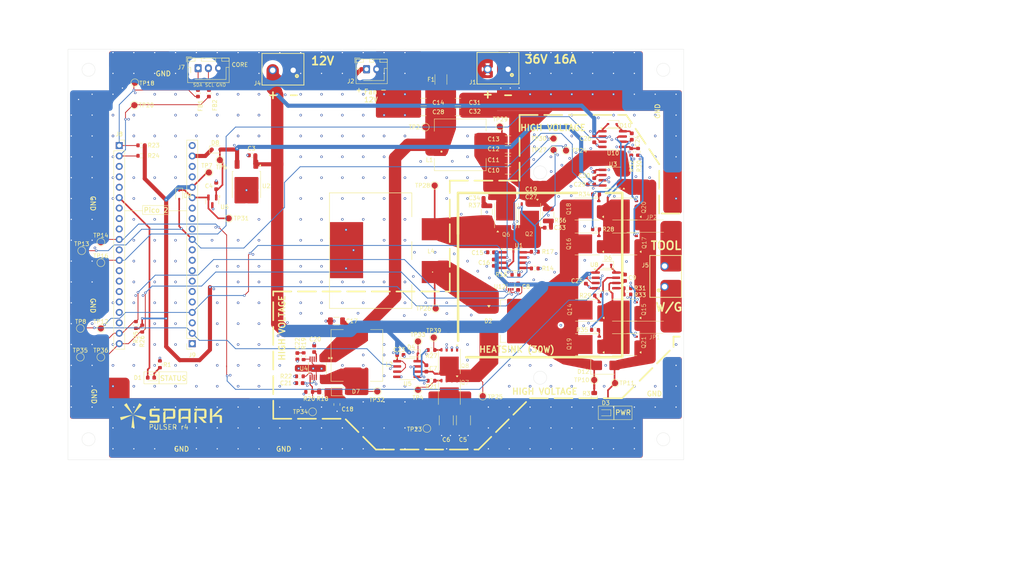
<source format=kicad_pcb>
(kicad_pcb (version 20241229) (generator "pcbnew") (generator_version "9.0")
  (title_block (title "PULSER") (date "2025-08-06") (rev "4") (company "Spark Project") (comment 1 "Author: 夕月霞 (xyx)") (comment 2 "EDM Pulse Generator Board"))
  (layers (0 "F.Cu" signal) (4 "In1.Cu" signal) (6 "In2.Cu" signal) (2 "B.Cu" signal) (13 "F.Paste" user) (15 "B.Paste" user) (5 "F.SilkS" user "F.Silkscreen") (7 "B.SilkS" user "B.Silkscreen") (1 "F.Mask" user) (3 "B.Mask" user) (25 "Edge.Cuts" user))
  (net 0 "")
  (net 1 "Net-(U4-INTVCC)")
  (net 2 "Net-(U4-SS)")
  (net 3 "GND")
  (net 4 "Net-(C22-Pad1)")
  (net 5 "Net-(C5-Pad1)")
  (net 6 "Net-(U5-VS)")
  (net 7 "Net-(U8-VS)")
  (net 8 "VPWR")
  (net 9 "/Mux/V0_L")
  (net 10 "/Pulse Shaper/Boost Converter 100V/VOUT")
  (net 11 "Net-(D1-K)")
  (net 12 "/Pico2/TS_I2C_SCL")
  (net 13 "/Pico2/TS_I2C_SDA")
  (net 14 "Net-(U10-VS)")
  (net 15 "unconnected-(J8-Pin_15-Pad15)")
  (net 16 "/I2C_SDA")
  (net 19 "/I2C_SCL")
  (net 20 "/Mux/VC_L")
  (net 22 "unconnected-(J8-Pin_14-Pad14)")
  (net 25 "/Pico2/CURR_DETECT")
  (net 26 "/Pico2/GATE_MAIN_PWM")
  (net 27 "/Pulse Shaper/Boost Converter 100V/LOUT")
  (net 28 "/Pico2/GATE_IG")
  (net 29 "/Pulse Shaper/Boost Converter 100V/VODIV")
  (net 30 "/Mux/V+")
  (net 31 "/Mux/V-")
  (net 32 "Net-(C10-Pad1)")
  (net 33 "Net-(D4-K)")
  (net 34 "/Mux/VOUT_0")
  (net 35 "Net-(D6-K)")
  (net 36 "/Mux/VOUT_COM")
  (net 37 "/+36V")
  (net 39 "Net-(D10-K)")
  (net 40 "Net-(Q2-PadG)")
  (net 41 "Net-(Q6-PadG)")
  (net 49 "+12V")
  (net 50 "+5V")
  (net 51 "/Pico2/LED_STATUS")
  (net 52 "/Pico2/5VPROT")
  (net 55 "Net-(D3-A)")
  (net 57 "Net-(Q7-PadG)")
  (net 58 "Net-(Q8-PadG)")
  (net 59 "Net-(D2-A-Pad3)")
  (net 60 "Net-(C33-Pad1)")
  (net 61 "Net-(U5-HO)")
  (net 62 "Net-(U4-VC)")
  (net 63 "Net-(U4-RT)")
  (net 65 "Net-(Q14-PadG)")
  (net 66 "+3V3")
  (net 67 "Net-(Q15-PadG)")
  (net 68 "Net-(U10-HO)")
  (net 69 "Net-(U10-LO)")
  (net 70 "Net-(D2-A-Pad1)")
  (net 71 "Net-(Q16-PadG)")
  (net 72 "Net-(Q17-PadG)")
  (net 73 "Net-(U5-LO)")
  (net 74 "Net-(U8-HO)")
  (net 75 "Net-(U8-LO)")
  (net 76 "Net-(J5-Pin_2)")
  (net 77 "Net-(NT7-Pad1)")
  (net 78 "Net-(U1-HB)")
  (net 79 "Net-(U1-HS)")
  (net 80 "Net-(U1-LO)")
  (net 81 "Net-(U1-HO)")
  (net 82 "Net-(U1-RT)")
  (net 83 "Net-(J5-Pin_1)")
  (net 85 "Net-(U3-FILTER)")
  (net 86 "/Pico2/3VREF")
  (net 87 "Net-(C33-Pad2)")
  (net 88 "Net-(C34-Pad1)")
  (net 89 "Net-(Q20-PadG)")
  (net 90 "Net-(Q21-PadG)")
  (net 91 "Net-(Q18-PadG)")
  (net 92 "Net-(Q19-PadG)")
  (net 93 "Net-(J7-Pin_1)")
  (net 94 "Net-(J7-Pin_2)")
  (footprint "SparkAll:Infineon-TG-TDSON-8-NMOS" (layer "F.Cu") (at 175.925587 113.538 180)
    (property "Reference" "Q14")
    (property "Value" "N-ch, Vds>=200V, fast switch, low Rds" (hide yes))
  )
  (footprint "Capacitor_SMD:C_0603_1608Metric" (layer "F.Cu") (at 176.149 106.312 -90)
    (property "Reference" "C25")
    (property "Value" "1uF 50V")
  )
  (footprint "Capacitor_SMD:C_0805_2012Metric" (layer "F.Cu") (at 115.50615 136.52885 -90)
    (property "Reference" "C18")
    (property "Value" "100nF 200V")
  )
  (footprint "Package_SO:SOIC-8_3.9x4.9mm_P1.27mm" (layer "F.Cu") (at 182.691 81.28 180)
    (property "Reference" "U3")
    (property "Value" "ACS724LLCTR-30AU")
  )
  (footprint "Connector_PinSocket_2.54mm:PinSocket_1x20_P2.54mm_Vertical" (layer "F.Cu") (at 80.264 121.7168 180)
    (property "Reference" "J9")
    (property "Value" "Socket 20pin, 2.54mm")
  )
  (footprint "NetTie:NetTie-2_SMD_Pad0.5mm" (layer "F.Cu") (at 139.827 129.032 180)
    (property "Reference" "NT5" (hide yes))
    (property "Value" "NetTie_2" (hide yes))
  )
  (footprint "SparkAll:Infineon-TG-TDSON-8-NMOS" (layer "F.Cu") (at 184.967587 88.9 180)
    (property "Reference" "Q20")
    (property "Value" "N-ch, Vds>=200V, fast switch, low Rds" (hide yes))
  )
  (footprint "Capacitor_SMD:C_0603_1608Metric" (layer "F.Cu") (at 185.674 105.651 90)
    (property "Reference" "C9")
    (property "Value" "100nF 50V")
  )
  (footprint "Capacitor_SMD:C_1206_3216Metric" (layer "F.Cu") (at 157.177 79.502)
    (property "Reference" "C10")
    (property "Value" "10uF 50V")
  )
  (footprint "Connector_PinSocket_2.54mm:PinSocket_1x20_P2.54mm_Vertical" (layer "F.Cu") (at 62.484 73.4568)
    (property "Reference" "J8")
    (property "Value" "Socket 20pin, 2.54mm")
  )
  (footprint "SparkAll:AD-MSOP-LT8365" (layer "F.Cu") (at 110.73095 127.70485 -90)
    (property "Reference" "U4")
    (property "Value" "LT8365")
  )
  (footprint "Capacitor_SMD:C_1206_3216Metric" (layer "F.Cu") (at 136.603 62.865 180)
    (property "Reference" "C14")
    (property "Value" "10uF 50V")
  )
  (footprint "Capacitor_SMD:C_0603_1608Metric" (layer "F.Cu") (at 166.891 93.472 180)
    (property "Reference" "C33")
    (property "Value" "1nF 50V")
  )
  (footprint "Resistor_SMD:R_0603_1608Metric" (layer "F.Cu") (at 163.698587 99.33 180)
    (property "Reference" "R17")
    (property "Value" "10")
  )
  (footprint "SparkAll:Infineon-TG-TDSON-8-NMOS" (layer "F.Cu") (at 142.875 134.214 -90)
    (property "Reference" "Q7")
    (property "Value" "N-ch, Vds>=200V, fast switch, low Rds" (hide yes))
  )
  (footprint "Connector_JST:JST_XH_B2B-XH-AM_1x02_P2.50mm_Vertical" (layer "F.Cu") (at 122.722 54.864)
    (property "Reference" "J2")
    (property "Value" "XH 2pin")
  )
  (footprint "TestPoint:TestPoint_Pad_D1.5mm" (layer "F.Cu") (at 151.033 134.493 180)
    (property "Reference" "TP25")
    (property "Value" "TestPoint_Small")
  )
  (footprint "TestPoint:TestPoint_Pad_D1.5mm" (layer "F.Cu") (at 87 77 180)
    (property "Reference" "TP6")
    (property "Value" "TestPoint_Small")
  )
  (footprint "Package_TO_SOT_SMD:SOT-23" (layer "F.Cu") (at 85.156 87.0435 -90)
    (property "Reference" "U6")
    (property "Value" "REF3030")
  )
  (footprint "TestPoint:TestPoint_Pad_D1.5mm" (layer "F.Cu") (at 139.319 83.185 -90)
    (property "Reference" "TP28")
    (property "Value" "TestPoint_Small")
  )
  (footprint "Resistor_SMD:R_0603_1608Metric" (layer "F.Cu") (at 67.881 73.406)
    (property "Reference" "R23")
    (property "Value" "10k")
  )
  (footprint "TestPoint:TestPoint_Pad_D1.5mm" (layer "F.Cu") (at 139.573 113.157 90)
    (property "Reference" "TP26")
    (property "Value" "TestPoint_Small")
  )
  (footprint "Resistor_SMD:R_0603_1608Metric" (layer "F.Cu") (at 108.754475 133.477)
    (property "Reference" "R20")
    (property "Value" "7.5k")
  )
  (footprint "TestPoint:TestPoint_Pad_D1.5mm" (layer "F.Cu") (at 53 118)
    (property "Reference" "TP8")
    (property "Value" "TestPoint_Small")
  )
  (footprint "TestPoint:TestPoint_Pad_D1.5mm" (layer "F.Cu") (at 66.294 58.166)
    (property "Reference" "TP18")
    (property "Value" "TestPoint_Small")
  )
  (footprint "Resistor_SMD:R_0603_1608Metric" (layer "F.Cu") (at 158.998587 104.918)
    (property "Reference" "R16")
    (property "Value" "10")
  )
  (footprint "TestPoint:TestPoint_Pad_D1.5mm" (layer "F.Cu") (at 53.34 99.06)
    (property "Reference" "TP13")
    (property "Value" "TestPoint_Small")
  )
  (footprint "NetTie:NetTie-2_SMD_Pad0.5mm" (layer "F.Cu") (at 182.626 109.982 90)
    (property "Reference" "NT2" (hide yes))
    (property "Value" "NetTie_2" (hide yes))
  )
  (footprint "Package_SO:SOIC-8_3.9x4.9mm_P1.27mm" (layer "F.Cu") (at 158.365587 101.362)
    (property "Reference" "U1")
    (property "Value" "LM5104MX/NOPB")
  )
  (footprint "Capacitor_SMD:C_1206_3216Metric" (layer "F.Cu") (at 115.394 116.205 180)
    (property "Reference" "C17")
    (property "Value" "10uF 50V")
  )
  (footprint "Capacitor_SMD:C_0603_1608Metric" (layer "F.Cu") (at 106.392475 131.318 180)
    (property "Reference" "C21")
    (property "Value" "0.22uF")
  )
  (footprint "NetTie:NetTie-2_SMD_Pad2.0mm" (layer "F.Cu") (at 137.16 137.922)
    (property "Reference" "NT4" (hide yes))
    (property "Value" "NetTie_2" (hide yes))
  )
  (footprint "Resistor_SMD:R_0603_1608Metric" (layer "F.Cu") (at 186.245 109.728 180)
    (property "Reference" "R33")
    (property "Value" "10")
  )
  (footprint "SparkAll:Infineon-TG-TDSON-8-NMOS" (layer "F.Cu") (at 184.942587 97.409 180)
    (property "Reference" "Q17")
    (property "Value" "N-ch, Vds>=200V, fast switch, low Rds" (hide yes))
  )
  (footprint "Resistor_SMD:R_0603_1608Metric" (layer "F.Cu") (at 66.548 117.157 -90)
    (property "Reference" "R25")
    (property "Value" "10k")
  )
  (footprint "Diode_SMD:D_SOD-323" (layer "F.Cu") (at 86.072 74.422)
    (property "Reference" "D8")
    (property "Value" "Schottky Diode")
  )
  (footprint "SparkAll:Infineon-TG-TDSON-8-NMOS" (layer "F.Cu") (at 184.912 121.92 180)
    (property "Reference" "Q21")
    (property "Value" "N-ch, Vds>=200V, fast switch, low Rds" (hide yes))
  )
  (footprint "NetTie:NetTie-2_SMD_Pad0.5mm" (layer "F.Cu") (at 181.483 86.614 90)
    (property "Reference" "NT1" (hide yes))
    (property "Value" "NetTie_2" (hide yes))
  )
  (footprint "Resistor_SMD:R_0603_1608Metric" (layer "F.Cu") (at 178.372 118.364 180)
    (property "Reference" "R35")
    (property "Value" "10")
  )
  (footprint "NetTie:NetTie-2_SMD_Pad0.5mm" (layer "F.Cu") (at 158.496 98.933 -90)
    (property "Reference" "NT6" (hide yes))
    (property "Value" "NetTie_2" (hide yes))
  )
  (footprint "Resistor_SMD:R_0805_2012Metric" (layer "F.Cu") (at 112.10445 133.34365)
    (property "Reference" "R18")
    (property "Value" "470k 150V")
  )
  (footprint "Capacitor_SMD:C_0603_1608Metric" (layer "F.Cu") (at 152.006 86.233)
    (property "Reference" "C34")
    (property "Value" "1nF 50V")
  )
  (footprint "TestPoint:TestPoint_Pad_D1.5mm" (layer "F.Cu") (at 135.255 132.969)
    (property "Reference" "TP4")
    (property "Value" "TestPoint_Small")
  )
  (footprint "SparkAll:BOURNS-PQ2614B" (layer "F.Cu") (at 123.718404 99.051999 90)
    (property "Reference" "L4")
    (property "Value" "10u")
  )
  (footprint "Fuse:Fuse_Littelfuse-NANO2-451_453" (layer "F.Cu") (at 140.843 57.362 -90)
    (property "Reference" "F1")
    (property "Value" "20A")
  )
  (footprint "Capacitor_SMD:C_0603_1608Metric" (layer "F.Cu") (at 86.106 83.299 90)
    (property "Reference" "C4")
    (property "Value" "1uF")
  )
  (footprint "TestPoint:TestPoint_Pad_D1.5mm" (layer "F.Cu") (at 125.349 133.35)
    (property "Reference" "TP32")
    (property "Value" "TestPoint_Small")
  )
  (footprint "Resistor_SMD:R_0603_1608Metric" (layer "F.Cu") (at 107.396075 124.777 -90)
    (property "Reference" "R19")
    (property "Value" "100k")
  )
  (footprint "TestPoint:TestPoint_Pad_D1.5mm" (layer "F.Cu") (at 58 97)
    (property "Reference" "TP14")
    (property "Value" "TestPoint_Small")
  )
  (footprint "Capacitor_SMD:C_1206_3216Metric" (layer "F.Cu") (at 157.177 74.413)
    (property "Reference" "C12")
    (property "Value" "10uF 50V")
  )
  (footprint "Package_SO:SOIC-8_3.9x4.9mm_P1.27mm" (layer "F.Cu") (at 181.04 106.299)
    (property "Reference" "U8")
    (property "Value" "IR2104S")
  )
  (footprint "TestPoint:TestPoint_Pad_D1.5mm" (layer "F.Cu") (at 183.261 131.318)
    (property "Reference" "TP11")
    (property "Value" "TestPoint_Small")
  )
  (footprint "Inductor_SMD:L_0603_1608Metric" (layer "F.Cu") (at 84.328 60.7315 -90)
    (property "Reference" "FB2")
    (property "Value" "FerriteBead_Small")
  )
  (footprint "Resistor_SMD:R_0603_1608Metric" (layer "F.Cu") (at 138.523 123.256 180)
    (property "Reference" "R27")
    (property "Value" "10")
  )
  (footprint "Resistor_SMD:R_0603_1608Metric" (layer "F.Cu") (at 68.072 118.047 90)
    (property "Reference" "R26")
    (property "Value" "10k")
  )
  (footprint "Capacitor_SMD:C_0603_1608Metric" (layer "F.Cu") (at 130.95 124.46)
    (property "Reference" "C23")
    (property "Value" "1uF 50V")
  )
  (footprint "TestPoint:TestPoint_Pad_D1.5mm" (layer "F.Cu") (at 168.275 71.755 -90)
    (property "Reference" "TP30")
    (property "Value" "TestPoint_Small")
  )
  (footprint "TestPoint:TestPoint_Pad_D1.5mm" (layer "F.Cu") (at 137.033 68.961)
    (property "Reference" "TP2")
    (property "Value" "TestPoint_Small")
  )
  (footprint "Capacitor_SMD:C_1206_3216Metric" (layer "F.Cu") (at 144.985 62.865)
    (property "Reference" "C31")
    (property "Value" "10uF 50V")
  )
  (footprint "Capacitor_SMD:C_1206_3216Metric" (layer "F.Cu") (at 157.148 76.962)
    (property "Reference" "C11")
    (property "Value" "10uF 50V")
  )
  (footprint "Capacitor_SMD:C_0603_1608Metric" (layer "F.Cu") (at 159.499 85.979 180)
    (property "Reference" "C27")
    (property "Value" "100nF 50V")
  )
  (footprint "SparkAll:Infineon-TG-TDSON-8-NMOS" (layer "F.Cu") (at 175.823587 97.409 180)
    (property "Reference" "Q16")
    (property "Value" "N-ch, Vds>=200V, fast switch, low Rds" (hide yes))
  )
  (footprint "Resistor_SMD:R_0603_1608Metric" (layer "F.Cu") (at 67.881 75.946)
    (property "Reference" "R24")
    (property "Value" "10k")
  )
  (footprint "TestPoint:TestPoint_Pad_D1.5mm" (layer "F.Cu") (at 109.580475 138.303 180)
    (property "Reference" "TP34")
    (property "Value" "TestPoint_Small")
  )
  (footprint "SparkAll:Wurth_TerminalBlock_2pin_P5mm_691137710002" (layer "F.Cu") (at 154.726 54.864 180)
    (property "Reference" "J1")
    (property "Value" "Screw_Terminal 2pin")
  )
  (footprint "Resistor_SMD:R_0603_1608Metric" (layer "F.Cu") (at 188.849 74.993 90)
    (property "Reference" "R30")
    (property "Value" "10")
  )
  (footprint "SparkAll:HoTCu-10.2D-0R" (layer "F.Cu") (at 190.610587 93.091)
    (property "Reference" "JP2")
    (property "Value" "Jumper_2_Bridged")
  )
  (footprint "Resistor_SMD:R_0603_1608Metric" (layer "F.Cu") (at 178.625 85.344 180)
    (property "Reference" "R34")
    (property "Value" "10")
  )
  (footprint "Capacitor_SMD:C_0603_1608Metric" (layer "F.Cu") (at 153.728587 101.984 -90)
    (property "Reference" "C16")
    (property "Value" "100nF 50V")
  )
  (footprint "Package_TO_SOT_SMD:SOT-563" (layer "F.Cu") (at 157.861 107.7735 90)
    (property "Reference" "U12")
    (property "Value" "TMP102")
  )
  (footprint "Capacitor_SMD:C_1206_3216Metric" (layer "F.Cu") (at 136.574 65.278 180)
    (property "Reference" "C28")
    (property "Value" "10uF 50V")
  )
  (footprint "TestPoint:TestPoint_Pad_D1.5mm" (layer "F.Cu") (at 155.194 68.834 -90)
    (property "Reference" "TP29")
    (property "Value" "TestPoint_Small")
  )
  (footprint "Diode_SMD:D_SMB" (layer "F.Cu") (at 180.984 127)
    (property "Reference" "D12")
    (property "Value" "130V, Zener")
  )
  (footprint "Capacitor_SMD:C_0603_1608Metric" (layer "F.Cu") (at 109.96895 122.96745 90)
    (property "Reference" "C20")
    (property "Value" "1uF")
  )
  (footprint "SparkAll:Infineon-TG-TDSON-8-NMOS" (layer "F.Cu") (at 175.793 88.9 180)
    (property "Reference" "Q18")
    (property "Value" "N-ch, Vds>=200V, fast switch, low Rds" (hide yes))
  )
  (footprint "LOGO" (layer "F.Cu") (at 75.184 139.192)
    (property "Reference" "G***" (hide yes))
    (property "Value" "LOGO" (hide yes))
  )
  (footprint "Connector_JST:JST_XH_B3B-XH-AM_1x03_P2.50mm_Vertical" (layer "F.Cu") (at 81.701 54.61)
    (property "Reference" "J7")
    (property "Value" "XH 3pin")
  )
  (footprint "Capacitor_SMD:C_0603_1608Metric" (layer "F.Cu") (at 177.406 82.931)
    (property "Reference" "C29")
    (property "Value" "100nF")
  )
  (footprint "Capacitor_SMD:C_0603_1608Metric" (layer "F.Cu") (at 178.181 71.869 -90)
    (property "Reference" "C26")
    (property "Value" "1uF 50V")
  )
  (footprint "TestPoint:TestPoint_Pad_D1.5mm" (layer "F.Cu") (at 89.154 91.186)
    (property "Reference" "TP31")
    (property "Value" "TestPoint_Small")
  )
  (footprint "Diode_SMD:D_SOD-323" (layer "F.Cu") (at 77.089 85.437 -90)
    (property "Reference" "D9")
    (property "Value" "Schottky Diode")
  )
  (footprint "Package_TO_SOT_SMD:TO-263-2" (layer "F.Cu") (at 160.171 116.205)
    (property "Reference" "D2")
    (property "Value" "Dual Schottky Diode, Common K")
  )
  (footprint "Resistor_SMD:R_0603_1608Metric" (layer "F.Cu") (at 187.198 74.993 90)
    (property "Reference" "R32")
    (property "Value" "10")
  )
  (footprint "SparkAll:Infineon-TG-TDSON-8-NMOS" (layer "F.Cu") (at 175.92 121.92 180)
    (property "Reference" "Q19")
    (property "Value" "N-ch, Vds>=200V, fast switch, low Rds" (hide yes))
  )
  (footprint "Package_TO_SOT_SMD:TO-252-2" (layer "F.Cu") (at 93.472 83.058 -90)
    (property "Reference" "U2")
    (property "Value" "L78M05ABDT")
  )
  (footprint "Capacitor_SMD:C_0603_1608Metric" (layer "F.Cu") (at 94.8556 75.833 180)
    (property "Reference" "C3")
    (property "Value" "1uF 50V")
  )
  (footprint "TestPoint:TestPoint_Pad_D1.5mm" (layer "F.Cu") (at 66.167 63.627)
    (property "Reference" "TP20")
    (property "Value" "TestPoint_Small")
  )
  (footprint "Capacitor_SMD:C_1812_4532Metric" (layer "F.Cu") (at 142.143 140.383 -90)
    (property "Reference" "C6")
    (property "Value" "1uF 200V")
  )
  (footprint "TestPoint:TestPoint_Pad_D1.5mm" (layer "F.Cu") (at 84.328 80.01)
    (property "Reference" "TP7")
    (property "Value" "TestPoint_Small")
  )
  (footprint "Capacitor_SMD:C_0603_1608Metric" (layer "F.Cu") (at 187.325 71.26 90)
    (property "Reference" "C24")
    (property "Value" "100nF 50V")
  )
  (footprint "Package_SO:SOIC-8_3.9x4.9mm_P1.27mm" (layer "F.Cu") (at 132.653 127.889)
    (property "Reference" "U5")
    (property "Value" "IR2104S")
  )
  (footprint "LED_SMD:LED_0603_1608Metric" (layer "F.Cu") (at 70.2125 130 180)
    (property "Reference" "D1")
    (property "Value" "White LED")
  )
  (footprint "Diode_SMD:D_SOD-323" (layer "F.Cu") (at 134.205 124.079 180)
    (property "Reference" "D4")
    (property "Value" "150V 1A, Schottky")
  )
  (footprint "Capacitor_SMD:C_0603_1608Metric" (layer "F.Cu") (at 105.872075 124.7778 -90)
    (property "Reference" "C22")
    (property "Value" "1nF")
  )
  (footprint "TestPoint:TestPoint_Pad_D1.5mm" (layer "F.Cu") (at 58 118)
    (property "Reference" "TP12")
    (property "Value" "TestPoint_Small")
  )
  (footprint "Resistor_SMD:R_1210_3225Metric" (layer "F.Cu") (at 152.019 89.6005 -90)
    (property "Reference" "R37")
    (property "Value" "1")
  )
  (footprint "Inductor_SMD:L_12x12mm_H8mm" (layer "F.Cu") (at 120.375475 124.57765 -90)
    (property "Reference" "L2")
    (property "Value" "100uH, Isat=2.7A")
  )
  (footprint "TestPoint:TestPoint_Pad_D1.5mm" (layer "F.Cu") (at 137.414 142.367)
    (property "Reference" "TP23")
    (property "Value" "TestPoint_Small")
  )
  (footprint "Resistor_SMD:R_0805_2012Metric" (layer "F.Cu") (at 178.181 134.6435 -90)
    (property "Reference" "R3")
    (property "Value" "100k 150V")
  )
  (footprint "LED_SMD:LED_0603_1608Metric" (layer "F.Cu") (at 180.7465 138.557 180)
    (property "Reference" "D3")
    (property "Value" "Red LED")
  )
  (footprint "Resistor_SMD:R_0603_1608Metric" (layer "F.Cu") (at 106.469475 129.667)
    (property "Reference" "R22")
    (property "Value" "100k")
  )
  (footprint "TestPoint:TestPoint_Pad_D1.5mm" (layer "F.Cu") (at 58 125)
    (property "Reference" "TP36")
    (property "Value" "TestPoint_Small")
  )
  (footprint "Resistor_SMD:R_0603_1608Metric" (layer "F.Cu") (at 178.626 93.853 180)
    (property "Reference" "R28")
    (property "Value" "10")
  )
  (footprint "Capacitor_SMD:C_1206_3216Metric" (layer "F.Cu") (at 144.985 65.278)
    (property "Reference" "C32")
    (property "Value" "10uF 50V")
  )
  (footprint "Resistor_SMD:R_0603_1608Metric" (layer "F.Cu") (at 179.133 109.982)
    (property "Reference" "R29")
    (property "Value" "10")
  )
  (footprint "SparkAll:HoTCu-10.2D-0R" (layer "F.Cu") (at 190.58 117.729)
    (property "Reference" "JP1")
    (property "Value" "Jumper_2_Bridged")
  )
  (footprint "Capacitor_SMD:C_1206_3216Metric" (layer "F.Cu") (at 157.177 72)
    (property "Reference" "C13")
    (property "Value" "10uF 50V")
  )
  (footprint "TestPoint:TestPoint_Pad_D1.5mm" (layer "F.Cu") (at 168.275 74.549 -90)
    (property "Reference" "TP27")
    (property "Value" "TestPoint_Small")
  )
  (footprint "SparkAll:Infineon-TG-TDSON-8-NMOS" (layer "F.Cu") (at 162.433 91.186 -90)
    (property "Reference" "Q2")
    (property "Value" "N-ch, Vds>=60V, fast switch, low Rds" (hide yes))
  )
  (footprint "TestPoint:TestPoint_Pad_D1.5mm" (layer "F.Cu") (at 53 125)
    (property "Reference" "TP35")
    (property "Value" "TestPoint_Small")
  )
  (footprint "TestPoint:TestPoint_Pad_D1.5mm" (layer "F.Cu") (at 135.255 121.158)
    (property "Reference" "TP33")
    (property "Value" "TestPoint_Small")
  )
  (footprint "Inductor_SMD:L_0603_1608Metric" (layer "F.Cu") (at 81.661 60.7315 -90)
    (property "Reference" "FB1")
    (property "Value" "FerriteBead_Small")
  )
  (footprint "TestPoint:TestPoint_Pad_D1.5mm" (layer "F.Cu") (at 171.323 74.676 -90)
    (property "Reference" "TP24")
    (property "Value" "TestPoint_Small")
  )
  (footprint "TestPoint:TestPoint_Pad_D1.5mm" (layer "F.Cu") (at 58 102)
    (property "Reference" "TP16")
    (property "Value" "TestPoint_Small")
  )
  (footprint "TestPoint:TestPoint_Pad_D1.5mm" (layer "F.Cu") (at 178.181 130.556)
    (property "Reference" "TP10")
    (property "Value" "TestPoint_Small")
  )
  (footprint "SparkAll:Wurth_TerminalBlock_2pin_P5mm_691137710002" (layer "F.Cu") (at 195.326 105.323 90)
    (property "Reference" "J5")
    (property "Value" "Screw_Terminal 2pin")
  )
  (footprint "Capacitor_SMD:C_0603_1608Metric" (layer "F.Cu") (at 137.287 127.749 -90)
    (property "Reference" "C7")
    (property "Value" "100nF 50V")
  )
  (footprint "Resistor_SMD:R_0603_1608Metric" (layer "F.Cu") (at 138.524 130.749 180)
    (property "Reference" "R21")
    (property "Value" "10")
  )
  (footprint "NetTie:NetTie-2_SMD_Pad0.5mm" (layer "F.Cu") (at 178.181 132.207 90)
    (property "Reference" "NT7" (hide yes))
    (property "Value" "NetTie_2" (hide yes))
  )
  (footprint "Resistor_SMD:R_0603_1608Metric" (layer "F.Cu") (at 163.697587 103.394)
    (property "Reference" "R14")
    (property "Value" "10k")
  )
  (footprint "Diode_SMD:D_PowerDI-123" (layer "F.Cu") (at 116.45775 133.39445)
    (property "Reference" "D7")
    (property "Value" "150V 1A, Schottky bigger")
  )
  (footprint "Capacitor_SMD:C_1812_4532Metric" (layer "F.Cu") (at 146.334 140.383 -90)
    (property "Reference" "C5")
    (property "Value" "1uF 200V")
  )
  (footprint "TestPoint:TestPoint_Pad_D1.5mm" (layer "F.Cu") (at 139.095 120.208)
    (property "Reference" "TP39")
    (property "Value" "TestPoint_Small")
  )
  (footprint "Diode_SMD:D_SOD-323" (layer "F.Cu") (at 182.592 68.199 180)
    (property "Reference" "D10")
    (property "Value" "150V 1A, Schottky")
  )
  (footprint "Capacitor_SMD:C_0603_1608Metric" (layer "F.Cu") (at 159.639 107.836 -90)
    (property "Reference" "C8")
    (property "Value" "10nF")
  )
  (footprint "SparkAll:Infineon-TG-TDSON-8-NMOS" (layer "F.Cu") (at 142.875 126.721 -90)
    (property "Reference" "Q8")
    (property "Value" "N-ch, Vds>=200V, fast switch, low Rds" (hide yes))
  )
  (footprint "SparkAll:Infineon-TG-TDSON-8-NMOS" (layer "F.Cu") (at 184.912 113.538 180)
    (property "Reference" "Q15")
    (property "Value" "N-ch, Vds>=200V, fast switch, low Rds" (hide yes))
  )
  (footprint "Resistor_SMD:R_0603_1608Metric" (layer "F.Cu") (at 186.246 108.204 180)
    (property "Reference" "R31")
    (property "Value" "10")
  )
  (footprint "Capacitor_SMD:C_0603_1608Metric" (layer "F.Cu") (at 152.979587 99.457 180)
    (property "Reference" "C15")
    (property "Value" "1uF 50V")
  )
  (footprint "Package_SO:SOIC-8_3.9x4.9mm_P1.27mm" (layer "F.Cu") (at 182.691 71.882)
    (property "Reference" "U10")
    (property "Value" "IR2104S")
  )
  (footprint "SparkAll:Wurth_TerminalBlock_2pin_P5mm_691137710002" (layer "F.Cu") (at 102.362 55.118 180)
    (property "Reference" "J4")
    (property "Value" "Screw_Terminal 2pin")
  )
  (footprint "Resistor_SMD:R_0603_1608Metric" (layer "F.Cu") (at 72.39 126.731 90)
    (property "Reference" "R1")
    (property "Value" "1k")
  )
  (footprint "Capacitor_SMD:C_0603_1608Metric" (layer "F.Cu") (at 178.181 80.632 -90)
    (property "Reference" "C30")
    (property "Value" "470pF")
  )
  (footprint "Capacitor_SMD:C_0603_1608Metric" (layer "F.Cu") (at 159.499 84.455 180)
    (property "Reference" "C19")
    (property "Value" "100nF 50V")
  )
  (footprint "Resistor_SMD:R_1210_3225Metric" (layer "F.Cu") (at 167.005 90.3585 90)
    (property "Reference" "R36")
    (property "Value" "1")
  )
  (footprint "Inductor_SMD:L_12x12mm_H6mm" (layer "F.Cu") (at 145.545 73.279)
    (property "Reference" "L1")
    (property "Value" "1u")
  )
  (footprint "SparkAll:Infineon-TG-TDSON-8-NMOS" (layer "F.Cu") (at 156.591 89.839 90)
    (property "Reference" "Q6")
    (property "Value" "N-ch, Vds>=60V, fast switch, low Rds" (hide yes))
  )
  (footprint "Diode_SMD:D_SOD-323" (layer "F.Cu") (at 181.263 102.489 180)
    (property "Reference" "D6")
    (property "Value" "150V 1A, Schottky")
  )
  (gr_rect (start 113.919 92.202) (end 121.793 105.664) (stroke (width 0.2)) (fill yes) (layer "F.Cu") (net 3))
  (gr_line (start 100 140) (end 100 109) (stroke (width 0.4) (type dash)) (layer "F.SilkS"))
  (gr_line (start 140.97 74.93) (end 140.97 74.93) (stroke (width 0.5)) (layer "F.SilkS"))
  (gr_line (start 145 90) (end 145 95) (stroke (width 0.6)) (layer "F.SilkS"))
  (gr_rect (start 72.181 128.573) (end 78.912 131.494) (stroke (width 0.12)) (fill no) (layer "F.SilkS"))
  (gr_rect (start 182.9435 136.906) (end 187.3885 140.208) (stroke (width 0.12)) (fill no) (layer "F.SilkS"))
  (gr_line (start 194 90) (end 194.024108 78) (stroke (width 0.4) (type dash)) (layer "F.SilkS"))
  (gr_line (start 100 140) (end 117.5 140) (stroke (width 0.4) (type dash)) (layer "F.SilkS"))
  (gr_line (start 125 147.5) (end 117.5 140) (stroke (width 0.4) (type dash)) (layer "F.SilkS"))
  (gr_rect (start 68.498 128.573) (end 72.181 131.494) (stroke (width 0.12)) (fill no) (layer "F.SilkS"))
  (gr_line (start 185 85) (end 181 85) (stroke (width 0.6)) (layer "F.SilkS"))
  (gr_line (start 143 109) (end 143 82) (stroke (width 0.4) (type dash)) (layer "F.SilkS"))
  (gr_line (start 143 82) (end 160 82) (stroke (width 0.4) (type dash)) (layer "F.SilkS"))
  (gr_rect (start 179.184 136.906) (end 182.994 140.208) (stroke (width 0.12)) (fill no) (layer "F.SilkS"))
  (gr_line (start 185 135) (end 197.5 122.5) (stroke (width 0.4) (type dash)) (layer "F.SilkS"))
  (gr_line (start 162.5 135) (end 185 135) (stroke (width 0.4) (type dash)) (layer "F.SilkS"))
  (gr_line (start 160 82) (end 160 66) (stroke (width 0.4) (type dash)) (layer "F.SilkS"))
  (gr_line (start 150 147.5) (end 162.5 135) (stroke (width 0.4) (type dash)) (layer "F.SilkS"))
  (gr_line (start 68.1736 89.3318) (end 63.8556 89.3318) (stroke (width 0.12)) (layer "F.SilkS"))
  (gr_line (start 100 109) (end 143 109) (stroke (width 0.4) (type dash)) (layer "F.SilkS"))
  (gr_line (start 145 85) (end 145.025 121) (stroke (width 0.6)) (layer "F.SilkS"))
  (gr_line (start 160 66) (end 186 66) (stroke (width 0.4) (type dash)) (layer "F.SilkS"))
  (gr_line (start 197.5 122.5) (end 197.5 120) (stroke (width 0.4) (type dash)) (layer "F.SilkS"))
  (gr_line (start 185 125) (end 147 125) (stroke (width 0.6)) (layer "F.SilkS"))
  (gr_line (start 125 147.5) (end 150 147.5) (stroke (width 0.4) (type dash)) (layer "F.SilkS"))
  (gr_line (start 194.024108 78) (end 186 66) (stroke (width 0.4) (type dash)) (layer "F.SilkS"))
  (gr_line (start 185 125) (end 185 85) (stroke (width 0.6)) (layer "F.SilkS"))
  (gr_line (start 74.5744 89.3318) (end 78.9432 89.3318) (stroke (width 0.12)) (layer "F.SilkS"))
  (gr_rect (start 68.1736 88.0618) (end 74.5744 90.2462) (stroke (width 0.12)) (fill no) (layer "F.SilkS"))
  (gr_line (start 197.5 120) (end 199 120) (stroke (width 0.4) (type dash)) (layer "F.SilkS"))
  (gr_line (start 174 85) (end 145 85) (stroke (width 0.6)) (layer "F.SilkS"))
  (gr_line (start 199 90) (end 194 90) (stroke (width 0.4) (type dash)) (layer "F.SilkS"))
  (gr_circle (center 55 55) (end 56.6 55) (stroke (width 0.05)) (fill no) (layer "Edge.Cuts"))
  (gr_line (start 50 50) (end 50 150) (stroke (width 0.05)) (layer "Edge.Cuts"))
  (gr_line (start 200 150) (end 200 50) (stroke (width 0.05)) (layer "Edge.Cuts"))
  (gr_circle (center 165 80) (end 166.6 80) (stroke (width 0.05)) (fill no) (layer "Edge.Cuts"))
  (gr_line (start 200 50) (end 50 50) (stroke (width 0.05)) (layer "Edge.Cuts"))
  (gr_circle (center 195 145) (end 196.6 145) (stroke (width 0.05)) (fill no) (layer "Edge.Cuts"))
  (gr_circle (center 165 130) (end 166.6 130) (stroke (width 0.05)) (fill no) (layer "Edge.Cuts"))
  (gr_line (start 50 150) (end 200 150) (stroke (width 0.05)) (layer "Edge.Cuts"))
  (gr_circle (center 195 55) (end 196.6 55) (stroke (width 0.05)) (fill no) (layer "Edge.Cuts"))
  (gr_circle (center 55 145) (end 56.6 145) (stroke (width 0.05)) (fill no) (layer "Edge.Cuts"))
  (gr_text "CORE" (at 89.789 54.356 0) (layer "F.SilkS") (effects (font (size 1 1)) (justify left bottom)))
  (gr_text "GND" (at 75.692 148.082 0) (layer "F.SilkS") (effects (font (size 1.2 1.2) (thickness 0.2)) (justify left bottom)))
  (gr_text "-" (at 126 60.579 0) (layer "F.SilkS") (effects (font (size 1.2 1.2) (thickness 0.2) (bold yes)) (justify left bottom)))
  (gr_text "HEATSINK (30W)\n" (at 150 124 0) (layer "F.SilkS") (effects (font (size 1.5 1.5) (thickness 0.3) (bold yes)) (justify left bottom)))
  (gr_text "GND" (at 100.584 148.082 0) (layer "F.SilkS") (effects (font (size 1.2 1.2) (thickness 0.2)) (justify left bottom)))
  (gr_text "GND" (at 55.626 132.588 270) (layer "F.SilkS") (effects (font (size 1.2 1.2) (thickness 0.2)) (justify left bottom)))
  (gr_text "PWR" (at 183.1975 139.192 0) (layer "F.SilkS") (effects (font (size 1.2 1.2) (thickness 0.2)) (justify left bottom)))
  (gr_text "HIGH VOLTAGE" (at 103 126 90) (layer "F.SilkS") (effects (font (size 1.5 1.5) (thickness 0.3) (bold yes)) (justify left bottom)))
  (gr_text "+" (at 98.425 62.23 0) (layer "F.SilkS") (effects (font (size 2 2) (thickness 0.4) (bold yes)) (justify left bottom)))
  (gr_text "36V 16A" (at 161 53.594 0) (layer "F.SilkS") (effects (font (size 2 2) (thickness 0.4) (bold yes)) (justify left bottom)))
  (gr_text "HIGH VOLTAGE" (at 158 134.239 0) (layer "F.SilkS") (effects (font (size 1.5 1.5) (thickness 0.3) (bold yes)) (justify left bottom)))
  (gr_text "GND" (at 55.372 85.598 270) (layer "F.SilkS") (effects (font (size 1.2 1.2) (thickness 0.2)) (justify left bottom)))
  (gr_text "GND" (at 71.247 56.642 0) (layer "F.SilkS") (effects (font (size 1.2 1.2) (thickness 0.2)) (justify left bottom)))
  (gr_text "GND" (at 190.881 134.62 0) (layer "F.SilkS") (effects (font (size 1.2 1.2) (thickness 0.2)) (justify left bottom)))
  (gr_text "TOOL" (at 191.726 99 0) (layer "F.SilkS") (effects (font (size 2 2) (thickness 0.4) (bold yes)) (justify left bottom)))
  (gr_text "PULSER r4" (at 69.596 142.748 0) (layer "F.SilkS") (effects (font (size 1.2 1.2)) (justify left bottom)))
  (gr_text "W/G" (at 192.913 114 0) (layer "F.SilkS") (effects (font (size 2 2) (thickness 0.4) (bold yes)) (justify left bottom)))
  (gr_text "GND" (at 55.372 110.49 270) (layer "F.SilkS") (effects (font (size 1.2 1.2) (thickness 0.2)) (justify left bottom)))
  (gr_text "Pico 2" (at 68.326 89.8906 0) (layer "F.SilkS") (effects (font (size 1.2 1.2) (thickness 0.2)) (justify left bottom)))
  (gr_text "GND" (at 194.31 67.056 90) (layer "F.SilkS") (effects (font (size 1.2 1.2) (thickness 0.2)) (justify left bottom)))
  (gr_text "SDA" (at 80.391 59.182 0) (layer "F.SilkS") (effects (font (size 0.8 0.8) (thickness 0.1)) (justify left bottom)))
  (gr_text "GND" (at 85.979 59.182 0) (layer "F.SilkS") (effects (font (size 0.8 0.8) (thickness 0.1)) (justify left bottom)))
  (gr_text "HIGH VOLTAGE" (at 160 70 0) (layer "F.SilkS") (effects (font (size 1.5 1.5) (thickness 0.3) (bold yes)) (justify left bottom)))
  (gr_text "-" (at 103.505 62.23 0) (layer "F.SilkS") (effects (font (size 2 2) (thickness 0.4) (bold yes)) (justify left bottom)))
  (gr_text "-" (at 155.702 62.23 0) (layer "F.SilkS") (effects (font (size 2 2) (thickness 0.4) (bold yes)) (justify left bottom)))
  (gr_text "Fan\n12V" (at 122 63 0) (layer "F.SilkS") (effects (font (size 1.2 1.2) (thickness 0.2)) (justify left bottom)))
  (gr_text "STATUS" (at 72.308 130.859 0) (layer "F.SilkS") (effects (font (size 1.2 1.2) (thickness 0.2)) (justify left bottom)))
  (gr_text "+" (at 120 60.579 0) (layer "F.SilkS") (effects (font (size 1.2 1.2) (thickness 0.2) (bold yes)) (justify left bottom)))
  (gr_text "12V" (at 109 54 0) (layer "F.SilkS") (effects (font (size 2 2) (thickness 0.4) (bold yes)) (justify left bottom)))
  (gr_text "+" (at 150.749 62.103 0) (layer "F.SilkS") (effects (font (size 2 2) (thickness 0.4) (bold yes)) (justify left bottom)))
  (gr_text "SCL" (at 83.312 59.182 0) (layer "F.SilkS") (effects (font (size 0.8 0.8) (thickness 0.1)) (justify left bottom)))
  (segment (start 110.48095 124.25445) (end 109.96895 123.74245) (width 0.3) (layer "F.Cu") (net 1))
  (segment (start 110.48095 125.4887) (end 110.48095 124.25445) (width 0.3) (layer "F.Cu") (net 1))
  (segment (start 109.980949 129.921) (end 109.980949 130.935949) (width 0.2) (layer "F.Cu") (net 2))
  (segment (start 109.980949 130.935949) (end 109.982 130.937) (width 0.2) (layer "F.Cu") (net 2))
  (segment (start 107.823 131.318) (end 107.167475 131.318) (width 0.2) (layer "F.Cu") (net 2))
  (via (at 107.823 131.318) (size 0.6) (drill 0.3) (layers "F.Cu" "B.Cu") (net 2))
  (via (at 109.982 130.937) (size 0.6) (drill 0.3) (layers "F.Cu" "B.Cu") (net 2))
  (segment (start 109.601 131.318) (end 107.823 131.318) (width 0.2) (layer "B.Cu") (net 2))
  (segment (start 109.982 130.937) (end 109.601 131.318) (width 0.2) (layer "B.Cu") (net 2))
  (segment (start 115.50615 138.132675) (end 115.549475 138.176) (width 0.4) (layer "F.Cu") (net 3))
  (segment (start 160.840587 100.727) (end 162.036 100.727) (width 0.4) (layer "F.Cu") (net 3))
  (segment (start 178.181 79.857) (end 177.826 79.857) (width 0.4) (layer "F.Cu") (net 3))
  (segment (start 109.48095 125.4887) (end 109.48095 126.45485) (width 0.2) (layer "F.Cu") (net 3))
  (segment (start 109.96895 121.67905) (end 109.982 121.666) (width 0.2) (layer "F.Cu") (net 3))
  (segment (start 85.156 87.981) (end 85.156 88.712) (width 0.4) (layer "F.Cu") (net 3))
  (segment (start 164.522587 103.394) (end 165.084 103.394) (width 0.4) (layer "F.Cu") (net 3))
  (segment (start 162.036 100.727) (end 162.052 100.711) (width 0.4) (layer "F.Cu") (net 3))
  (segment (start 113.919 116.205) (end 112.805 116.205) (width 0.6) (layer "F.Cu") (net 3))
  (segment (start 114.837 116.205) (end 113.919 116.205) (width 0.6) (layer "F.Cu") (net 3))
  (segment (start 159.004 109.22) (end 159.03 109.22) (width 0.2) (layer "F.Cu") (net 3))
  (segment (start 105.617475 131.318) (end 105.156 131.318) (width 0.2) (layer "F.Cu") (net 3))
  (segment (start 72.39 125.906) (end 72.39 125.222) (width 0.4) (layer "F.Cu") (net 3))
  (segment (start 152.204587 99.457) (end 151.654 99.457) (width 0.4) (layer "F.Cu") (net 3))
  (segment (start 165.084 103.394) (end 165.1 103.378) (width 0.4) (layer "F.Cu") (net 3))
  (segment (start 177.266 108.204) (end 176.9615 107.8995) (width 0.4) (layer "F.Cu") (net 3))
  (segment (start 93.74 75.833) (end 93.726 75.819) (width 0.4) (layer "F.Cu") (net 3))
  (segment (start 178.565 108.204) (end 177.266 108.204) (width 0.4) (layer "F.Cu") (net 3))
  (segment (start 180.216 79.375) (end 178.663 79.375) (width 0.4) (layer "F.Cu") (net 3))
  (segment (start 110.73095 127.70485) (end 109.48095 126.45485) (width 0.2) (layer "F.Cu") (net 3))
  (segment (start 105.872075 125.938075) (end 105.918 125.984) (width 0.2) (layer "F.Cu") (net 3))
  (segment (start 131.725 124.613) (end 131.953 124.841) (width 0.4) (layer "F.Cu") (net 3))
  (segment (start 157.861 108.486) (end 157.861 109.093) (width 0.2) (layer "F.Cu") (net 3))
  (segment (start 94.0806 75.833) (end 93.74 75.833) (width 0.4) (layer "F.Cu") (net 3))
  (segment (start 85.156 88.712) (end 85.344 88.9) (width 0.4) (layer "F.Cu") (net 3))
  (segment (start 178.8795 73.3425) (end 179.324 73.787) (width 0.4) (layer "F.Cu") (net 3))
  (segment (start 105.116 54.864) (end 104.862 55.118) (width 0.2) (layer "F.Cu") (net 3))
  (segment (start 144.78 123.221) (end 144.78 122.682) (width 0.2) (layer "F.Cu") (net 3))
  (segment (start 142.24 123.221) (end 142.24 122.682) (width 0.2) (layer "F.Cu") (net 3))
  (segment (start 167.005 88.642) (end 165.612 87.249) (width 1) (layer "F.Cu") (net 3))
  (segment (start 115.50615 137.47885) (end 115.50615 138.132675) (width 0.4) (layer "F.Cu") (net 3))
  (segment (start 159.03 109.22) (end 159.639 108.611) (width 0.2) (layer "F.Cu") (net 3))
  (segment (start 176.965379 82.656112) (end 176.690491 82.931) (width 0.4) (layer "F.Cu") (net 3))
  (segment (start 178.663 79.375) (end 178.181 79.857) (width 0.4) (layer "F.Cu") (net 3))
  (segment (start 109.96895 122.19245) (end 109.96895 121.67905) (width 0.2) (layer "F.Cu") (net 3))
  (segment (start 86.106 82.524) (end 86.106 82.042) (width 0.4) (layer "F.Cu") (net 3))
  (segment (start 110.48095 127.95485) (end 110.73095 127.70485) (width 0.2) (layer "F.Cu") (net 3))
  (segment (start 105.644475 129.667) (end 105.156 129.667) (width 0.2) (layer "F.Cu") (net 3))
  (segment (start 151.654 99.457) (end 151.638 99.441) (width 0.4) (layer "F.Cu") (net 3))
  (segment (start 110.48095 129.921) (end 110.48095 127.95485) (width 0.2) (layer "F.Cu") (net 3))
  (segment (start 179.324 73.787) (end 180.216 73.787) (width 0.4) (layer "F.Cu") (net 3))
  (segment (start 165.612 87.249) (end 165.608 87.249) (width 1) (layer "F.Cu") (net 3))
  (segment (start 157.988 109.22) (end 159.004 109.22) (width 0.2) (layer "F.Cu") (net 3))
  (segment (start 176.690491 82.931) (end 176.631 82.931) (width 0.4) (layer "F.Cu") (net 3))
  (segment (start 177.826 79.857) (end 177.8 79.883) (width 0.4) (layer "F.Cu") (net 3))
  (segment (start 131.725 124.46) (end 131.725 124.613) (width 0.4) (layer "F.Cu") (net 3))
  (segment (start 130.178 129.794) (end 131.191 129.794) (width 0.4) (layer "F.Cu") (net 3))
  (segment (start 157.861 109.093) (end 157.988 109.22) (width 0.2) (layer "F.Cu") (net 3))
  (segment (start 143.51 123.221) (end 143.51 122.682) (width 0.2) (layer "F.Cu") (net 3))
  (segment (start 105.872075 125.5528) (end 105.872075 125.938075) (width 0.2) (layer "F.Cu") (net 3))
  (segment (start 115.45535 137.52965) (end 115.50615 137.47885) (width 0.2) (layer "F.Cu") (net 3))
  (segment (start 176.965379 82.507618) (end 176.965379 82.656112) (width 0.4) (layer "F.Cu") (net 3))
  (segment (start 178.181 72.644) (end 178.8795 73.3425) (width 0.4) (layer "F.Cu") (net 3))
  (segment (start 176.9615 107.8995) (end 176.149 107.087) (width 0.4) (layer "F.Cu") (net 3))
  (segment (start 107.929475 133.497525) (end 107.442 133.985) (width 0.2) (layer "F.Cu") (net 3))
  (segment (start 107.929475 133.477) (end 107.929475 133.497525) (width 0.2) (layer "F.Cu") (net 3))
  (segment (start 167.005 88.896) (end 167.005 88.642) (width 1) (layer "F.Cu") (net 3))
  (via (at 86.36 116.84) (size 0.6) (drill 0.3) (layers "F.Cu" "B.Cu") (net 3))
  (via (at 121.92 135.89) (size 0.6) (drill 0.3) (layers "F.Cu" "B.Cu") (net 3))
  (via (at 147.32 147.32) (size 0.6) (drill 0.3) (layers "F.Cu" "B.Cu") (net 3))
  (via (at 106.68 66.04) (size 0.6) (drill 0.3) (layers "F.Cu" "B.Cu") (net 3))
  (via (at 167.64 76.2) (size 0.6) (drill 0.3) (layers "F.Cu" "B.Cu") (net 3))
  (via (at 198.12 66.04) (size 0.6) (drill 0.3) (layers "F.Cu" "B.Cu") (net 3))
  (via (at 142.24 81.28) (size 0.6) (drill 0.3) (layers "F.Cu" "B.Cu") (net 3))
  (via (at 86.36 60.96) (size 0.6) (drill 0.3) (layers "F.Cu" "B.Cu") (net 3))
  (via (at 175.878807 101.408395) (size 0.6) (drill 0.3) (layers "F.Cu" "B.Cu") (net 3))
  (via (at 155.448 59.436) (size 0.6) (drill 0.3) (layers "F.Cu" "B.Cu") (net 3))
  (via (at 198.12 60.96) (size 0.6) (drill 0.3) (layers "F.Cu" "B.Cu") (net 3))
  (via (at 121.92 127) (size 0.6) (drill 0.3) (layers "F.Cu" "B.Cu") (net 3))
  (via (at 132.08 81.28) (size 0.6) (drill 0.3) (layers "F.Cu" "B.Cu") (net 3))
  (via (at 91.44 111.76) (size 0.6) (drill 0.3) (layers "F.Cu" "B.Cu") (net 3))
  (via (at 136.756668 131.333) (size 0.6) (drill 0.3) (layers "F.Cu" "B.Cu") (net 3))
  (via (at 134.777 142.306) (size 0.6) (drill 0.3) (layers "F.Cu" "B.Cu") (net 3))
  (via (at 144.78 122.682) (size 0.6) (drill 0.3) (layers "F.Cu" "B.Cu") (net 3))
  (via (at 182.88 137.16) (size 0.6) (drill 0.3) (layers "F.Cu" "B.Cu") (net 3))
  (via (at 64.758003 67.056) (size 0.6) (drill 0.3) (layers "F.Cu" "B.Cu") (net 3))
  (via (at 162.56 50.8) (size 0.6) (drill 0.3) (layers "F.Cu" "B.Cu") (net 3))
  (via (at 134.12758 105.338217) (size 0.6) (drill 0.3) (layers "F.Cu" "B.Cu") (net 3))
  (via (at 86.36 66.04) (size 0.6) (drill 0.3) (layers "F.Cu" "B.Cu") (net 3))
  (via (at 102.915 61.090719) (size 0.6) (drill 0.3) (layers "F.Cu" "B.Cu") (net 3))
  (via (at 106.68 81.28) (size 0.6) (drill 0.3) (layers "F.Cu" "B.Cu") (net 3))
  (via (at 152.019 102.87) (size 0.6) (drill 0.3) (layers "F.Cu" "B.Cu") (net 3))
  (via (at 172.72 50.8) (size 0.6) (drill 0.3) (layers "F.Cu" "B.Cu") (net 3))
  (via (at 91.44 127) (size 0.6) (drill 0.3) (layers "F.Cu" "B.Cu") (net 3))
  (via (at 71.12 91.44) (size 0.6) (drill 0.3) (layers "F.Cu" "B.Cu") (net 3))
  (via (at 188.737 110.933) (size 0.6) (drill 0.3) (layers "F.Cu" "B.Cu") (net 3))
  (via (at 101.6 142.24) (size 0.6) (drill 0.3) (layers "F.Cu" "B.Cu") (net 3))
  (via (at 101.173641 119.806359) (size 0.6) (drill 0.3) (layers "F.Cu" "B.Cu") (net 3))
  (via (at 145.318 144.084) (size 0.6) (drill 0.3) (layers "F.Cu" "B.Cu") (net 3))
  (via (at 142.24 147.32) (size 0.6) (drill 0.3) (layers "F.Cu" "B.Cu") (net 3))
  (via (at 167.64 50.8) (size 0.6) (drill 0.3) (layers "F.Cu" "B.Cu") (net 3))
  (via (at 181.25541 109.630759) (size 0.6) (drill 0.3) (layers "F.Cu" "B.Cu") (net 3))
  (via (at 106.68 106.68) (size 0.6) (drill 0.3) (layers "F.Cu" "B.Cu") (net 3))
  (via (at 55.88 71.12) (size 0.6) (drill 0.3) (layers "F.Cu" "B.Cu") (net 3))
  (via (at 66.04 81.28) (size 0.6) (drill 0.3) (layers "F.Cu" "B.Cu") (net 3))
  (via (at 76.2 76.2) (size 0.6) (drill 0.3) (layers "F.Cu" "B.Cu") (net 3))
  (via (at 106.68 137.16) (size 0.6) (drill 0.3) (layers "F.Cu" "B.Cu") (net 3))
  (via (at 175.603469 117.352959) (size 0.6) (drill 0.3) (layers "F.Cu" "B.Cu") (net 3))
  (via (at 116.84 86.36) (size 0.6) (drill 0.3) (layers "F.Cu" "B.Cu") (net 3))
  (via (at 101.6 127) (size 0.6) (drill 0.3) (layers "F.Cu" "B.Cu") (net 3))
  (via (at 193.04 71.12) (size 0.6) (drill 0.3) (layers "F.Cu" "B.Cu") (net 3))
  (via (at 106.68 50.8) (size 0.6) (drill 0.3) (layers "F.Cu" "B.Cu") (net 3))
  (via (at 109.982 121.666) (size 0.6) (drill 0.3) (layers "F.Cu" "B.Cu") (net 3))
  (via (at 172.72 60.96) (size 0.6) (drill 0.3) (layers "F.Cu" "B.Cu") (net 3))
  (via (at 127 55.88) (size 0.6) (drill 0.3) (layers "F.Cu" "B.Cu") (net 3))
  (via (at 85.09 96.52) (size 0.6) (drill 0.3) (layers "F.Cu" "B.Cu") (net 3))
  (via (at 127 106.68) (size 0.6) (drill 0.3) (layers "F.Cu" "B.Cu") (net 3))
  (via (at 50.8 111.76) (size 0.6) (drill 0.3) (layers "F.Cu" "B.Cu") (net 3))
  (via (at 111.76 91.44) (size 0.6) (drill 0.3) (layers "F.Cu" "B.Cu") (net 3))
  (via (at 60.96 81.28) (size 0.6) (drill 0.3) (layers "F.Cu" "B.Cu") (net 3))
  (via (at 163.449 106.172) (size 0.6) (drill 0.3) (layers "F.Cu" "B.Cu") (net 3))
  (via (at 177.14 105.70416) (size 0.6) (drill 0.3) (layers "F.Cu" "B.Cu") (net 3))
  (via (at 167.64 132.08) (size 0.6) (drill 0.3) (layers "F.Cu" "B.Cu") (net 3))
  (via (at 182.484222 72.037357) (size 0.6) (drill 0.3) (layers "F.Cu" "B.Cu") (net 3))
  (via (at 96.52 111.76) (size 0.6) (drill 0.3) (layers "F.Cu" "B.Cu") (net 3))
  (via (at 129.225 123.913462) (size 0.6) (drill 0.3) (layers "F.Cu" "B.Cu") (net 3))
  (via (at 111.76 55.88) (size 0.6) (drill 0.3) (layers "F.Cu" "B.Cu") (net 3))
  (via (at 60.96 66.04) (size 0.6) (drill 0.3) (layers "F.Cu" "B.Cu") (net 3))
  (via (at 187.96 137.16) (size 0.6) (drill 0.3) (layers "F.Cu" "B.Cu") (net 3))
  (via (at 110.432002 131.537002) (size 0.6) (drill 0.3) (layers "F.Cu" "B.Cu") (net 3))
  (via (at 86.36 137.16) (size 0.6) (drill 0.3) (layers "F.Cu" "B.Cu") (net 3))
  (via (at 147.32 71.12) (size 0.6) (drill 0.3) (layers "F.Cu" "B.Cu") (net 3))
  (via (at 81.28 137.16) (size 0.6) (drill 0.3) (layers "F.Cu" "B.Cu") (net 3))
  (via (at 76.2 81.28) (size 0.6) (drill 0.3) (layers "F.Cu" "B.Cu") (net 3))
  (via (at 116.84 127) (size 0.6) (drill 0.3) (layers "F.Cu" "B.Cu") (net 3))
  (via (at 71.12 111.76) (size 0.6) (drill 0.3) (layers "F.Cu" "B.Cu") (net 3))
  (via (at 182.88 55.88) (size 0.6) (drill 0.3) (layers "F.Cu" "B.Cu") (net 3))
  (via (at 127 135.89) (size 0.6) (drill 0.3) (layers "F.Cu" "B.Cu") (net 3))
  (via (at 121.92 106.68) (size 0.6) (drill 0.3) (layers "F.Cu" "B.Cu") (net 3))
  (via (at 66.04 106.68) (size 0.6) (drill 0.3) (layers "F.Cu" "B.Cu") (net 3))
  (via (at 111.76 147.32) (size 0.6) (drill 0.3) (layers "F.Cu" "B.Cu") (net 3))
  (via (at 152.4 137.16) (size 0.6) (drill 0.3) (layers "F.Cu" "B.Cu") (net 3))
  (via (at 183.658 73.787) (size 0.6) (drill 0.3) (layers "F.Cu" "B.Cu") (net 3))
  (via (at 76.2 137.16) (size 0.6) (drill 0.3) (layers "F.Cu" "B.Cu") (net 3))
  (via (at 55.88 137.16) (size 0.6) (drill 0.3) (layers "F.Cu" "B.Cu") (net 3))
  (via (at 188.547513 86.01999) (size 0.6) (drill 0.3) (layers "F.Cu" "B.Cu") (net 3))
  (via (at 66.506 109.982) (size 0.6) (drill 0.3) (layers "F.Cu" "B.Cu") (net 3))
  (via (at 101.576081 137.159999) (size 0.6) (drill 0.3) (layers "F.Cu" "B.Cu") (net 3))
  (via (at 159.004 109.22) (size 0.6) (drill 0.3) (layers "F.Cu" "B.Cu") (net 3))
  (via (at 158.104643 109.703552) (size 0.6) (drill 0.3) (layers "F.Cu" "B.Cu") (net 3))
  (via (at 172.72 71.12) (size 0.6) (drill 0.3) (layers "F.Cu" "B.Cu") (net 3))
  (via (at 187.96 55.88) (size 0.6) (drill 0.3) (layers "F.Cu" "B.Cu") (net 3))
  (via (at 162.052 100.711) (size 0.6) (drill 0.3) (layers "F.Cu" "B.Cu") (net 3))
  (via (at 177.8 147.32) (size 0.6) (drill 0.3) (layers "F.Cu" "B.Cu") (net 3))
  (via (at 81.28 127) (size 0.6) (drill 0.3) (layers "F.Cu" "B.Cu") (net 3))
  (via (at 86.36 111.76) (size 0.6) (drill 0.3) (layers "F.Cu" "B.Cu") (net 3))
  (via (at 157.48 137.16) (size 0.6) (drill 0.3) (layers "F.Cu" "B.Cu") (net 3))
  (via (at 162.56 60.96) (size 0.6) (drill 0.3) (layers "F.Cu" "B.Cu") (net 3))
  (via (at 163.588728 73.749459) (size 0.6) (drill 0.3) (layers "F.Cu" "B.Cu") (net 3))
  (via (at 170.053 117.221) (size 0.6) (drill 0.3) (layers "F.Cu" "B.Cu") (net 3))
  (via (at 55.88 116.84) (size 0.6) (drill 0.3) (layers "F.Cu" "B.Cu") (net 3))
  (via (at 91.44 66.04) (size 0.6) (drill 0.3) (layers "F.Cu" "B.Cu") (net 3))
  (via (at 68.284 109.982) (size 0.6) (drill 0.3) (layers "F.Cu" "B.Cu") (net 3))
  (via (at 50.8 116.84) (size 0.6) (drill 0.3) (layers "F.Cu" "B.Cu") (net 3))
  (via (at 188.653254 94.804) (size 0.6) (drill 0.3) (layers "F.Cu" "B.Cu") (net 3))
  (via (at 71.12 127) (size 0.6) (drill 0.3) (layers "F.Cu" "B.Cu") (net 3))
  (via (at 66.04 101.6) (size 0.6) (drill 0.3) (layers "F.Cu" "B.Cu") (net 3))
  (via (at 131.953 124.841) (size 0.6) (drill 0.3) (layers "F.Cu" "B.Cu") (net 3))
  (via (at 71.12 50.8) (size 0.6) (drill 0.3) (layers "F.Cu" "B.Cu") (net 3))
  (via (at 144.089803 99.842912) (size 0.6) (drill 0.3) (layers "F.Cu" "B.Cu") (net 3))
  (via (at 106.68 147.32) (size 0.6) (drill 0.3) (layers "F.Cu" "B.Cu") (net 3))
  (via (at 157.48 147.32) (size 0.6) (drill 0.3) (layers "F.Cu" "B.Cu") (net 3))
  (via (at 121.92 71.12) (size 0.6) (drill 0.3) (layers "F.Cu" "B.Cu") (net 3))
  (via (at 188.341 81.026) (size 0.6) (drill 0.3) (layers "F.Cu" "B.Cu") (net 3))
  (via (at 103.464359 116.581641) (size 0.6) (drill 0.3) (layers "F.Cu" "B.Cu") (net 3))
  (via (at 96.52 106.68) (size 0.6) (drill 0.3) (layers "F.Cu" "B.Cu") (net 3))
  (via (at 115.549475 138.176) (size 0.6) (drill 0.3) (layers "F.Cu" "B.Cu") (net 3))
  (via (at 177.926406 83.855939) (size 0.6) (drill 0.3) (layers "F.Cu" "B.Cu") (net 3))
  (via (at 157.734 59.436) (size 0.6) (drill 0.3) (layers "F.Cu" "B.Cu") (net 3))
  (via (at 96.52 96.52) (size 0.6) (drill 0.3) (layers "F.Cu" "B.Cu") (net 3))
  (via (at 191.77 78.74) (size 0.6) (drill 0.3) (layers "F.Cu" "B.Cu") (net 3))
  (via (at 152.650307 105.700098) (size 0.6) (drill 0.3) (layers "F.Cu" "B.Cu") (net 3))
  (via (at 157.48 132.08) (size 0.6) (drill 0.3) (layers "F.Cu" "B.Cu") (net 3))
  (via (at 193.04 76.2) (size 0.6) (drill 0.3) (layers "F.Cu" "B.Cu") (net 3))
  (via (at 116.84 147.32) (size 0.6) (drill 0.3) (layers "F.Cu" "B.Cu") (net 3))
  (via (at 152.4 147.32) (size 0.6) (drill 0.3) (layers "F.Cu" "B.Cu") (net 3))
  (via (at 60.96 76.2) (size 0.6) (drill 0.3) (layers "F.Cu" "B.Cu") (net 3))
  (via (at 96.52 91.44) (size 0.6) (drill 0.3) (layers "F.Cu" "B.Cu") (net 3))
  (via (at 121.92 81.28) (size 0.6) (drill 0.3) (layers "F.Cu" "B.Cu") (net 3))
  (via (at 91.44 137.16) (size 0.6) (drill 0.3) (layers "F.Cu" "B.Cu") (net 3))
  (via (at 121.92 147.32) (size 0.6) (drill 0.3) (layers "F.Cu" "B.Cu") (net 3))
  (via (at 163.463574 76.853267) (size 0.6) (drill 0.3) (layers "F.Cu" "B.Cu") (net 3))
  (via (at 111.76 127.804) (size 0.6) (drill 0.3) (layers "F.Cu" "B.Cu") (net 3))
  (via (at 151.638 99.441) (size 0.6) (drill 0.3) (layers "F.Cu" "B.Cu") (net 3))
  (via (at 127 50.8) (size 0.6) (drill 0.3) (layers "F.Cu" "B.Cu") (net 3))
  (via (at 106.172 127.762) (size 0.6) (drill 0.3) (layers "F.Cu" "B.Cu") (net 3))
  (via (at 69.573668 58.143668) (size 0.6) (drill 0.3) (layers "F.Cu" "B.Cu") (net 3))
  (via (at 105.156 129.667) (size 0.6) (drill 0.3) (layers "F.Cu" "B.Cu") (net 3))
  (via (at 116.84 55.88) (size 0.6) (drill 0.3) (layers "F.Cu" "B.Cu") (net 3))
  (via (at 91.44 142.24) (size 0.6) (drill 0.3) (layers "F.Cu" "B.Cu") (net 3))
  (via (at 60.96 137.16) (size 0.6) (drill 0.3) (layers "F.Cu" "B.Cu") (net 3))
  (via (at 86.36 132.08) (size 0.6) (drill 0.3) (layers "F.Cu" "B.Cu") (net 3))
  (via (at 187.96 147.32) (size 0.6) (drill 0.3) (layers "F.Cu" "B.Cu") (net 3))
  (via (at 182.88 147.32) (size 0.6) (drill 0.3) (layers "F.Cu" "B.Cu") (net 3))
  (via (at 50.8 66.04) (size 0.6) (drill 0.3) (layers "F.Cu" "B.Cu") (net 3))
  (via (at 96.52 55.88) (size 0.6) (drill 0.3) (layers "F.Cu" "B.Cu") (net 3))
  (via (at 76.2 132.08) (size 0.6) (drill 0.3) (layers "F.Cu" "B.Cu") (net 3))
  (via (at 76.2 96.52) (size 0.6) (drill 0.3) (layers "F.Cu" "B.Cu") (net 3))
  (via (at 116.84 71.12) (size 0.6) (drill 0.3) (layers "F.Cu" "B.Cu") (net 3))
  (via (at 106.68 111.76) (size 0.6) (drill 0.3) (layers "F.Cu" "B.Cu") (net 3))
  (via (at 187.96 132.08) (size 0.6) (drill 0.3) (layers "F.Cu" "B.Cu") (net 3))
  (via (at 193.04 132.08) (size 0.6) (drill 0.3) (layers "F.Cu" "B.Cu") (net 3))
  (via (at 106.68 71.12) (size 0.6) (drill 0.3) (layers "F.Cu" "B.Cu") (net 3))
  (via (at 50.8 132.08) (size 0.6) (drill 0.3) (layers "F.Cu" "B.Cu") (net 3))
  (via (at 55.88 121.92) (size 0.6) (drill 0.3) (layers "F.Cu" "B.Cu") (net 3))
  (via (at 147.32 86.36) (size 0.6) (drill 0.3) (layers "F.Cu" "B.Cu") (net 3))
  (via (at 162.595545 123.264549) (size 0.6) (drill 0.3) (layers "F.Cu" "B.Cu") (net 3))
  (via (at 181.737 79.375) (size 0.6) (drill 0.3) (layers "F.Cu" "B.Cu") (net 3))
  (via (at 71.12 106.68) (size 0.6) (drill 0.3) (layers "F.Cu" "B.Cu") (net 3))
  (via (at 149.821836 104.048071) (size 0.6) (drill 0.3) (layers "F.Cu" "B.Cu") (net 3))
  (via (at 60.96 50.8) (size 0.6) (drill 0.3) (layers "F.Cu" "B.Cu") (net 3))
  (via (at 198.12 121.92) (size 0.6) (drill 0.3) (layers "F.Cu" "B.Cu") (net 3))
  (via (at 172.212 76.581) (size 0.6) (drill 0.3) (layers "F.Cu" "B.Cu") (net 3))
  (via (at 55.88 96.52) (size 0.6) (drill 0.3) (layers "F.Cu" "B.Cu") (net 3))
  (via (at 157.48 127) (size 0.6) (drill 0.3) (layers "F.Cu" "B.Cu") (net 3))
  (via (at 152.019 89.662) (size 0.6) (drill 0.3) (layers "F.Cu" "B.Cu") (net 3))
  (via (at 81.28 142.24) (size 0.6) (drill 0.3) (layers "F.Cu" "B.Cu") (net 3))
  (via (at 63.268332 59.458332) (size 0.6) (drill 0.3) (layers "F.Cu" "B.Cu") (net 3))
  (via (at 177.8 79.883) (size 0.6) (drill 0.3) (layers "F.Cu" "B.Cu") (net 3))
  (via (at 177.419 78.994) (size 0.6) (drill 0.3) (layers "F.Cu" "B.Cu") (net 3))
  (via (at 176.965379 82.507618) (size 0.6) (drill 0.3) (layers "F.Cu" "B.Cu") (net 3))
  (via (at 168.895239 99.742789) (size 0.6) (drill 0.3) (layers "F.Cu" "B.Cu") (net 3))
  (via (at 91.44 121.92) (size 0.6) (drill 0.3) (layers "F.Cu" "B.Cu") (net 3))
  (via (at 66.04 66.04) (size 0.6) (drill 0.3) (layers "F.Cu" "B.Cu") (net 3))
  (via (at 81.28 66.04) (size 0.6) (drill 0.3) (layers "F.Cu" "B.Cu") (net 3))
  (via (at 89.508438 129.392912) (size 0.6) (drill 0.3) (layers "F.Cu" "B.Cu") (net 3))
  (via (at 179.182861 66.715829) (size 0.6) (drill 0.3) (layers "F.Cu" "B.Cu") (net 3))
  (via (at 127 66.04) (size 0.6) (drill 0.3) (layers "F.Cu" "B.Cu") (net 3))
  (via (at 85.991724 93.378017) (size 0.6) (drill 0.3) (layers "F.Cu" "B.Cu") (net 3))
  (via (at 147.477 144.084) (size 0.6) (drill 0.3) (layers "F.Cu" "B.Cu") (net 3))
  (via (at 76.2 127) (size 0.6) (drill 0.3) (layers "F.Cu" "B.Cu") (net 3))
  (via (at 132.08 142.24) (size 0.6) (drill 0.3) (layers "F.Cu" "B.Cu") (net 3))
  (via (at 116.84 66.04) (size 0.6) (drill 0.3) (layers "F.Cu" "B.Cu") (net 3))
  (via (at 106.68 102.87) (size 0.6) (drill 0.3) (layers "F.Cu" "B.Cu") (net 3))
  (via (at 137.031143 114.649642) (size 0.6) (drill 0.3) (layers "F.Cu" "B.Cu") (net 3))
  (via (at 172.72 142.24) (size 0.6) (drill 0.3) (layers "F.Cu" "B.Cu") (net 3))
  (via (at 187.071 106.945997) (size 0.6) (drill 0.3) (layers "F.Cu" "B.Cu") (net 3))
  (via (at 143.61422 77.278789) (size 0.6) (drill 0.3) (layers "F.Cu" "B.Cu") (net 3))
  (via (at 71.12 142.24) (size 0.6) (drill 0.3) (layers "F.Cu" "B.Cu") (net 3))
  (via (at 162.56 142.24) (size 0.6) (drill 0.3) (layers "F.Cu" "B.Cu") (net 3))
  (via (at 127 142.24) (size 0.6) (drill 0.3) (layers "F.Cu" "B.Cu") (net 3))
  (via (at 198.12 71.12) (size 0.6) (drill 0.3) (layers "F.Cu" "B.Cu") (net 3))
  (via (at 132.08 147.32) (size 0.6) (drill 0.3) (layers "F.Cu" "B.Cu") (net 3))
  (via (at 96.52 147.32) (size 0.6) (drill 0.3) (layers "F.Cu" "B.Cu") (net 3))
  (via (at 72.39 125.222) (size 0.6) (drill 0.3) (layers "F.Cu" "B.Cu") (net 3))
  (via (at 142.24 121.92) (size 0.6) (drill 0.3) (layers "F.Cu" "B.Cu") (net 3))
  (via (at 55.88 81.28) (size 0.6) (drill 0.3) (layers "F.Cu" "B.Cu") (net 3))
  (via (at 66.04 132.08) (size 0.6) (drill 0.3) (layers "F.Cu" "B.Cu") (net 3))
  (via (at 90.514248 73.369248) (size 0.6) (drill 0.3) (layers "F.Cu" "B.Cu") (net 3))
  (via (at 50.8 106.68) (size 0.6) (drill 0.3) (layers "F.Cu" "B.Cu") (net 3))
  (via (at 71.12 71.12) (size 0.6) (drill 0.3) (layers "F.Cu" "B.Cu") (net 3))
  (via (at 86.36 121.92) (size 0.6) (drill 0.3) (layers "F.Cu" "B.Cu") (net 3))
  (via (at 66.04 91.44) (size 0.6) (drill 0.3) (layers "F.Cu" "B.Cu") (net 3))
  (via (at 60.96 71.12) (size 0.6) (drill 0.3) (layers "F.Cu" "B.Cu") (net 3))
  (via (at 76.2 121.92) (size 0.6) (drill 0.3) (layers "F.Cu" "B.Cu") (net 3))
  (via (at 86.36 142.24) (size 0.6) (drill 0.3) (layers "F.Cu" "B.Cu") (net 3))
  (via (at 121.92 66.04) (size 0.6) (drill 0.3) (layers "F.Cu" "B.Cu") (net 3))
  (via (at 167.64 55.88) (size 0.6) (drill 0.3) (layers "F.Cu" "B.Cu") (net 3))
  (via (at 60.96 147.32) (size 0.6) (drill 0.3) (layers "F.Cu" "B.Cu") (net 3))
  (via (at 76.2 142.24) (size 0.6) (drill 0.3) (layers "F.Cu" "B.Cu") (net 3))
  (via (at 177.8 55.88) (size 0.6) (drill 0.3) (layers "F.Cu" "B.Cu") (net 3))
  (via (at 177.8 60.96) (size 0.6) (drill 0.3) (layers "F.Cu" "B.Cu") (net 3))
  (via (at 181.759332 82.318332) (size 0.6) (drill 0.3) (layers "F.Cu" "B.Cu") (net 3))
  (via (at 71.12 137.16) (size 0.6) (drill 0.3) (layers "F.Cu" "B.Cu") (net 3))
  (via (at 127 76.2) (size 0.6) (drill 0.3) (layers "F.Cu" "B.Cu") (net 3))
  (via (at 91.44 132.08) (size 0.6) (drill 0.3) (layers "F.Cu" "B.Cu") (net 3))
  (via (at 132.08 55.88) (size 0.6) (drill 0.3) (layers "F.Cu" "B.Cu") (net 3))
  (via (at 135.90476 77.32885) (size 0.6) (drill 0.3) (layers "F.Cu" "B.Cu") (net 3))
  (via (at 66.04 86.36) (size 0.6) (drill 0.3) (layers "F.Cu" "B.Cu") (net 3))
  (via (at 177.8 50.8) (size 0.6) (drill 0.3) (layers "F.Cu" "B.Cu") (net 3))
  (via (at 147.32 125.73) (size 0.6) (drill 0.3) (layers "F.Cu" "B.Cu") (net 3))
  (via (at 132.08 106.68) (size 0.6) (drill 0.3) (layers "F.Cu" "B.Cu") (net 3))
  (via (at 143.51 122.682) (size 0.6) (drill 0.3) (layers "F.Cu" "B.Cu") (net 3))
  (via (at 182.88 60.96) (size 0.6) (drill 0.3) (layers "F.Cu" "B.Cu") (net 3))
  (via (at 55.88 127) (size 0.6) (drill 0.3) (layers "F.Cu" "B.Cu") (net 3))
  (via (at 71.12 147.32) (size 0.6) (drill 0.3) (layers "F.Cu" "B.Cu") (net 3))
  (via (at 127 132.08) (size 0.6) (drill 0.3) (layers "F.Cu" "B.Cu") (net 3))
  (via (at 52.578 62.23) (size 0.6) (drill 0.3) (layers "F.Cu" "B.Cu") (net 3))
  (via (at 134.045959 123.816135) (size 0.6) (drill 0.3) (layers "F.Cu" "B.Cu") (net 3))
  (via (at 180.14351 105.182109) (size 0.6) (drill 0.3) (layers "F.Cu" "B.Cu") (net 3))
  (via (at 56.560589 98.389178) (size 0.6) (drill 0.3) (layers "F.Cu" "B.Cu") (net 3))
  (via (at 132.08 96.52) (size 0.6) (drill 0.3) (layers "F.Cu" "B.Cu") (net 3))
  (via (at 134.402918 99.456) (size 0.6) (drill 0.3) (layers "F.Cu" "B.Cu") (net 3))
  (via (at 143.159 144.084) (size 0.6) (drill 0.3) (layers "F.Cu" "B.Cu") (net 3))
  (via (at 50.8 71.12) (size 0.6) (drill 0.3) (layers "F.Cu" "B.Cu") (net 3))
  (via (at 178.8795 73.3425) (size 0.6) (drill 0.3) (layers "F.Cu" "B.Cu") (net 3))
  (via (at 132.08 66.04) (size 0.6) (drill 0.3) (layers "F.Cu" "B.Cu") (net 3))
  (via (at 71.12 60.96) (size 0.6) (drill 0.3) (layers "F.Cu" "B.Cu") (net 3))
  (via (at 152.4 142.24) (size 0.6) (drill 0.3) (layers "F.Cu" "B.Cu") (net 3))
  (via (at 198.12 127) (size 0.6) (drill 0.3) (layers "F.Cu" "B.Cu") (net 3))
  (via (at 101.6 50.8) (size 0.6) (drill 0.3) (layers "F.Cu" "B.Cu") (net 3))
  (via (at 71.12 86.36) (size 0.6) (drill 0.3) (layers "F.Cu" "B.Cu") (net 3))
  (via (at 91.44 102.87) (size 0.6) (drill 0.3) (layers "F.Cu" "B.Cu") (net 3))
  (via (at 176.795423 116.687217) (size 0.6) (drill 0.3) (layers "F.Cu" "B.Cu") (net 3))
  (via (at 162.56 147.32) (size 0.6) (drill 0.3) (layers "F.Cu" "B.Cu") (net 3))
  (via (at 147.32 101.6) (size 0.6) (drill 0.3) (layers "F.Cu" "B.Cu") (net 3))
  (via (at 167.64 137.16) (size 0.6) (drill 0.3) (layers "F.Cu" "B.Cu") (net 3))
  (via (at 145.796 90.17) (size 0.6) (drill 0.3) (layers "F.Cu" "B.Cu") (net 3))
  (via (at 166.601668 71.351668) (size 0.6) (drill 0.3) (layers "F.Cu" "B.Cu") (net 3))
  (via (at 169.272525 75.738084) (size 0.6) (drill 0.3) (layers "F.Cu" "B.Cu") (net 3))
  (via (at 137.278111 124.245129) (size 0.6) (drill 0.3) (layers "F.Cu" "B.Cu") (net 3))
  (via (at 55.88 86.36) (size 0.6) (drill 0.3) (layers "F.Cu" "B.Cu") (net 3))
  (via (at 167.64 147.32) (size 0.6) (drill 0.3) (layers "F.Cu" "B.Cu") (net 3))
  (via (at 121.92 86.36) (size 0.6) (drill 0.3) (layers "F.Cu" "B.Cu") (net 3))
  (via (at 191.673186 81.28) (size 0.6) (drill 0.3) (layers "F.Cu" "B.Cu") (net 3))
  (via (at 180.594 132.08) (size 0.6) (drill 0.3) (layers "F.Cu" "B.Cu") (net 3))
  (via (at 193.04 137.16) (size 0.6) (drill 0.3) (layers "F.Cu" "B.Cu") (net 3))
  (via (at 81.28 132.08) (size 0.6) (drill 0.3) (layers "F.Cu" "B.Cu") (net 3))
  (via (at 76.2 50.8) (size 0.6) (drill 0.3) (layers "F.Cu" "B.Cu") (net 3))
  (via (at 177.8 137.16) (size 0.6) (drill 0.3) (layers "F.Cu" "B.Cu") (net 3))
  (via (at 157.48 50.8) (size 0.6) (drill 0.3) (layers "F.Cu" "B.Cu") (net 3))
  (via (at 50.8 91.44) (size 0.6) (drill 0.3) (layers "F.Cu" "B.Cu") (net 3))
  (via (at 132.08 91.44) (size 0.6) (drill 0.3) (layers "F.Cu" "B.Cu") (net 3))
  (via (at 106.68 60.96) (size 0.6) (drill 0.3) (layers "F.Cu" "B.Cu") (net 3))
  (via (at 96.52 60.96) (size 0.6) (drill 0.3) (layers "F.Cu" "B.Cu") (net 3))
  (via (at 141 144.084) (size 0.6) (drill 0.3) (layers "F.Cu" "B.Cu") (net 3))
  (via (at 198.12 81.28) (size 0.6) (drill 0.3) (layers "F.Cu" "B.Cu") (net 3))
  (via (at 181.759332 81.257668) (size 0.6) (drill 0.3) (layers "F.Cu" "B.Cu") (net 3))
  (via (at 121.92 124.46) (size 0.6) (drill 0.3) (layers "F.Cu" "B.Cu") (net 3))
  (via (at 157.505967 123.331297) (size 0.6) (drill 0.3) (layers "F.Cu" "B.Cu") (net 3))
  (via (at 193.04 60.96) (size 0.6) (drill 0.3) (layers "F.Cu" "B.Cu") (net 3))
  (via (at 111.76 76.2) (size 0.6) (drill 0.3) (layers "F.Cu" "B.Cu") (net 3))
  (via (at 86.106 82.042) (size 0.6) (drill 0.3) (layers "F.Cu" "B.Cu") (net 3))
  (via (at 81.28 147.32) (size 0.6) (drill 0.3) (layers "F.Cu" "B.Cu") (net 3))
  (via (at 50.8 101.6) (size 0.6) (drill 0.3) (layers "F.Cu" "B.Cu") (net 3))
  (via (at 167.005 90.424) (size 0.6) (drill 0.3) (layers "F.Cu" "B.Cu") (net 3))
  (via (at 111.76 106.68) (size 0.6) (drill 0.3) (layers "F.Cu" "B.Cu") (net 3))
  (via (at 186.041276 101.708764) (size 0.6) (drill 0.3) (layers "F.Cu" "B.Cu") (net 3))
  (via (at 132.08 86.36) (size 0.6) (drill 0.3) (layers "F.Cu" "B.Cu") (net 3))
  (via (at 91.44 116.84) (size 0.6) (drill 0.3) (layers "F.Cu" "B.Cu") (net 3))
  (via (at 127 71.12) (size 0.6) (drill 0.3) (layers "F.Cu" "B.Cu") (net 3))
  (via (at 193.04 66.04) (size 0.6) (drill 0.3) (layers "F.Cu" "B.Cu") (net 3))
  (via (at 50.8 86.36) (size 0.6) (drill 0.3) (layers "F.Cu" "B.Cu") (net 3))
  (via (at 159.893 59.436) (size 0.6) (drill 0.3) (layers "F.Cu" "B.Cu") (net 3))
  (via (at 116.84 106.68) (size 0.6) (drill 0.3) (layers "F.Cu" "B.Cu") (net 3))
  (via (at 182.88 50.8) (size 0.6) (drill 0.3) (layers "F.Cu" "B.Cu") (net 3))
  (via (at 81.28 71.12) (size 0.6) (drill 0.3) (layers "F.Cu" "B.Cu") (net 3))
  (via (at 60.96 142.24) (size 0.6) (drill 0.3) (layers "F.Cu" "B.Cu") (net 3))
  (via (at 108.273002 131.918002) (size 0.6) (drill 0.3) (layers "F.Cu" "B.Cu") (net 3))
  (via (at 66.375411 60.614823) (size 0.6) (drill 0.3) (layers "F.Cu" "B.Cu") (net 3))
  (via (at 198.12 132.08) (size 0.6) (drill 0.3) (layers "F.Cu" "B.Cu") (net 3))
  (via (at 50.8 96.52) (size 0.6) (drill 0.3) (layers "F.Cu" "B.Cu") (net 3))
  (via (at 66.04 50.8) (size 0.6) (drill 0.3) (layers "F.Cu" "B.Cu") (net 3))
  (via (at 66.04 142.24) (size 0.6) (drill 0.3) (layers "F.Cu" "B.Cu") (net 3))
  (via (at 66.04 127) (size 0.6) (drill 0.3) (layers "F.Cu" "B.Cu") (net 3))
  (via (at 162.389469 101.892811) (size 0.6) (drill 0.3) (layers "F.Cu" "B.Cu") (net 3))
  (via (at 91.44 147.32) (size 0.6) (drill 0.3) (layers "F.Cu" "B.Cu") (net 3))
  (via (at 96.52 66.04) (size 0.6) (drill 0.3) (layers "F.Cu" "B.Cu") (net 3))
  (via (at 131.191 129.794) (size 0.6) (drill 0.3) (layers "F.Cu" "B.Cu") (net 3))
  (via (at 101.6 147.32) (size 0.6) (drill 0.3) (layers "F.Cu" "B.Cu") (net 3))
  (via (at 142.287592 114.374304) (size 0.6) (drill 0.3) (layers "F.Cu" "B.Cu") (net 3))
  (via (at 136.720773 129.828445) (size 0.6) (drill 0.3) (layers "F.Cu" "B.Cu") (net 3))
  (via (at 112.805 116.205) (size 0.6) (drill 0.3) (layers "F.Cu" "B.Cu") (net 3))
  (via (at 147.32 121.92) (size 0.6) (drill 0.3) (layers "F.Cu" "B.Cu") (net 3))
  (via (at 187.96 66.04) (size 0.6) (drill 0.3) (layers "F.Cu" "B.Cu") (net 3))
  (via (at 198.12 137.16) (size 0.6) (drill 0.3) (layers "F.Cu" "B.Cu") (net 3))
  (via (at 60.96 86.36) (size 0.6) (drill 0.3) (layers "F.Cu" "B.Cu") (net 3))
  (via (at 111.76 71.12) (size 0.6) (drill 0.3) (layers "F.Cu" "B.Cu") (net 3))
  (via (at 111.76 50.8) (size 0.6) (drill 0.3) (layers "F.Cu" "B.Cu") (net 3))
  (via (at 81.28 50.8) (size 0.6) (drill 0.3) (layers "F.Cu" "B.Cu") (net 3))
  (via (at 71.12 132.08) (size 0.6) (drill 0.3) (layers "F.Cu" "B.Cu") (net 3))
  (via (at 66.04 71.12) (size 0.6) (drill 0.3) (layers "F.Cu" "B.Cu") (net 3))
  (via (at 162.56 55.88) (size 0.6) (drill 0.3) (layers "F.Cu" "B.Cu") (net 3))
  (via (at 55.88 60.96) (size 0.6) (drill 0.3) (layers "F.Cu" "B.Cu") (net 3))
  (via (at 186.324757 110.437999) (size 0.6) (drill 0.3) (layers "F.Cu" "B.Cu") (net 3))
  (via (at 76.2 111.76) (size 0.6) (drill 0.3) (layers "F.Cu" "B.Cu") (net 3))
  (via (at 105.156 131.318) (size 0.6) (drill 0.3) (layers "F.Cu" "B.Cu") (net 3))
  (via (at 127 124.46) (size 0.6) (drill 0.3) (layers "F.Cu" "B.Cu") (net 3))
  (via (at 96.52 71.12) (size 0.6) (drill 0.3) (layers "F.Cu" "B.Cu") (net 3))
  (via (at 76.2 55.88) (size 0.6) (drill 0.3) (layers "F.Cu" "B.Cu") (net 3))
  (via (at 162.56 132.08) (size 0.6) (drill 0.3) (layers "F.Cu" "B.Cu") (net 3))
  (via (at 111.76 142.24) (size 0.6) (drill 0.3) (layers "F.Cu" "B.Cu") (net 3))
  (via (at 127 81.28) (size 0.6) (drill 0.3) (layers "F.Cu" "B.Cu") (net 3))
  (via (at 60.96 60.96) (size 0.6) (drill 0.3) (layers "F.Cu" "B.Cu") (net 3))
  (via (at 60.96 111.76) (size 0.6) (drill 0.3) (layers "F.Cu" "B.Cu") (net 3))
  (via (at 106.68 91.44) (size 0.6) (drill 0.3) (layers "F.Cu" "B.Cu") (net 3))
  (via (at 121.92 60.96) (size 0.6) (drill 0.3) (layers "F.Cu" "B.Cu") (net 3))
  (via (at 60.96 121.92) (size 0.6) (drill 0.3) (layers "F.Cu" "B.Cu") (net 3))
  (via (at 177.8 142.24) (size 0.6) (drill 0.3) (layers "F.Cu" "B.Cu") (net 3))
  (via (at 96.52 116.84) (size 0.6) (drill 0.3) (layers "F.Cu" "B.Cu") (net 3))
  (via (at 116.84 91.44) (size 0.6) (drill 0.3) (layers "F.Cu" "B.Cu") (net 3))
  (via (at 106.68 142.24) (size 0.6) (drill 0.3) (layers "F.Cu" "B.Cu") (net 3))
  (via (at 187.555853 73.322453) (size 0.6) (drill 0.3) (layers "F.Cu" "B.Cu") (net 3))
  (via (at 66.04 55.88) (size 0.6) (drill 0.3) (layers "F.Cu" "B.Cu") (net 3))
  (via (at 147.32 76.2) (size 0.6) (drill 0.3) (layers "F.Cu" "B.Cu") (net 3))
  (via (at 132.08 71.12) (size 0.6) (drill 0.3) (layers "F.Cu" "B.Cu") (net 3))
  (via (at 116.84 111.76) (size 0.6) (drill 0.3) (layers "F.Cu" "B.Cu") (net 3))
  (via (at 121.92 76.2) (size 0.6) (drill 0.3) (layers "F.Cu" "B.Cu") (net 3))
  (via (at 76.2 71.12) (size 0.6) (drill 0.3) (layers "F.Cu" "B.Cu") (net 3))
  (via (at 189.34188 76.72312) (size 0.6) (drill 0.3) (layers "F.Cu" "B.Cu") (net 3))
  (via (at 111.76 96.52) (size 0.6) (drill 0.3) (layers "F.Cu" "B.Cu") (net 3))
  (via (at 165.1 103.378) (size 0.6) (drill 0.3) (layers "F.Cu" "B.Cu") (net 3))
  (via (at 172.72 132.08) (size 0.6) (drill 0.3) (layers "F.Cu" "B.Cu") (net 3))
  (via (at 86.36 50.8) (size 0.6) (drill 0.3) (layers "F.Cu" "B.Cu") (net 3))
  (via (at 91.44 106.68) (size 0.6) (drill 0.3) (layers "F.Cu" "B.Cu") (net 3))
  (via (at 163.563697 70.820865) (size 0.6) (drill 0.3) (layers "F.Cu" "B.Cu") (net 3))
  (via (at 167.64 127) (size 0.6) (drill 0.3) (layers "F.Cu" "B.Cu") (net 3))
  (via (at 111.76 66.04) (size 0.6) (drill 0.3) (layers "F.Cu" "B.Cu") (net 3))
  (via (at 50.8 76.2) (size 0.6) (drill 0.3) (layers "F.Cu" "B.Cu") (net 3))
  (via (at 132.08 60.96) (size 0.6) (drill 0.3) (layers "F.Cu" "B.Cu") (net 3))
  (via (at 175.828746 93.098199) (size 0.6) (drill 0.3) (layers "F.Cu" "B.Cu") (net 3))
  (via (at 159.385 91.933) (size 0.6) (drill 0.3) (layers "F.Cu" "B.Cu") (net 3))
  (via (at 147.32 81.28) (size 0.6) (drill 0.3) (layers "F.Cu" "B.Cu") (net 3))
  (via (at 137.16 81.28) (size 0.6) (drill 0.3) (layers "F.Cu" "B.Cu") (net 3))
  (via (at 116.84 142.24) (size 0.6) (drill 0.3) (layers "F.Cu" "B.Cu") (net 3))
  (via (at 111.76 86.36) (size 0.6) (drill 0.3) (layers "F.Cu" "B.Cu") (net 3))
  (via (at 157.642822 101.391589) (size 0.6) (drill 0.3) (layers "F.Cu" "B.Cu") (net 3))
  (via (at 76.2 116.84) (size 0.6) (drill 0.3) (layers "F.Cu" "B.Cu") (net 3))
  (via (at 116.84 50.8) (size 0.6) (drill 0.3) (layers "F.Cu" "B.Cu") (net 3))
  (via (at 111.76 137.16) (size 0.6) (drill 0.3) (layers "F.Cu" "B.Cu") (net 3))
  (via (at 76.2 147.32) (size 0.6) (drill 0.3) (layers "F.Cu" "B.Cu") (net 3))
  (via (at 85.532 108.373) (size 0.6) (drill 0.3) (layers "F.Cu" "B.Cu") (net 3))
  (via (at 157.48 142.24) (size 0.6) (drill 0.3) (layers "F.Cu" "B.Cu") (net 3))
  (via (at 148.227916 114.73742) (size 0.6) (drill 0.3) (layers "F.Cu" "B.Cu") (net 3))
  (via (at 96.52 127) (size 0.6) (drill 0.3) (layers "F.Cu" "B.Cu") (net 3))
  (via (at 171.251015 73.418502) (size 0.6) (drill 0.3) (layers "F.Cu" "B.Cu") (net 3))
  (via (at 95.05736 99.973544) (size 0.6) (drill 0.3) (layers "F.Cu" "B.Cu") (net 3))
  (via (at 121.92 91.44) (size 0.6) (drill 0.3) (layers "F.Cu" "B.Cu") (net 3))
  (via (at 86.36 102.87) (size 0.6) (drill 0.3) (layers "F.Cu" "B.Cu") (net 3))
  (via (at 60.96 127) (size 0.6) (drill 0.3) (layers "F.Cu" "B.Cu") (net 3))
  (via (at 157.217265 104.288504) (size 0.6) (drill 0.3) (layers "F.Cu" "B.Cu") (net 3))
  (via (at 50.8 127) (size 0.6) (drill 0.3) (layers "F.Cu" "B.Cu") (net 3))
  (via (at 177.231 69.977) (size 0.6) (drill 0.3) (layers "F.Cu" "B.Cu") (net 3))
  (via (at 71.12 116.84) (size 0.6) (drill 0.3) (layers "F.Cu" "B.Cu") (net 3))
  (via (at 167.693764 79.78186) (size 0.6) (drill 0.3) (layers "F.Cu" "B.Cu") (net 3))
  (via (at 96.52 50.8) (size 0.6) (drill 0.3) (layers "F.Cu" "B.Cu") (net 3))
  (via (at 162.56 137.16) (size 0.6) (drill 0.3) (layers "F.Cu" "B.Cu") (net 3))
  (via (at 121.92 50.8) (size 0.6) (drill 0.3) (layers "F.Cu" "B.Cu") (net 3))
  (via (at 183.076213 85.800001) (size 0.6) (drill 0.3) (layers "F.Cu" "B.Cu") (net 3))
  (via (at 168.519778 104.298378) (size 0.6) (drill 0.3) (layers "F.Cu" "B.Cu") (net 3))
  (via (at 188.246618 119.128379) (size 0.6) (drill 0.3) (layers "F.Cu" "B.Cu") (net 3))
  (via (at 133.488997 127.381) (size 0.6) (drill 0.3) (layers "F.Cu" "B.Cu") (net 3))
  (via (at 93.726 75.819) (size 0.6) (drill 0.3) (layers "F.Cu" "B.Cu") (net 3))
  (via (at 106.68 114.3) (size 0.6) (drill 0.3) (layers "F.Cu" "B.Cu") (net 3))
  (via (at 127 91.44) (size 0.6) (drill 0.3) (layers "F.Cu" "B.Cu") (net 3))
  (via (at 116.84 76.2) (size 0.6) (drill 0.3) (layers "F.Cu" "B.Cu") (net 3))
  (via (at 55.88 101.6) (size 0.6) (drill 0.3) (layers "F.Cu" "B.Cu") (net 3))
  (via (at 142.24 122.682) (size 0.6) (drill 0.3) (layers "F.Cu" "B.Cu") (net 3))
  (via (at 111.76 81.28) (size 0.6) (drill 0.3) (layers "F.Cu" "B.Cu") (net 3))
  (via (at 198.12 76.2) (size 0.6) (drill 0.3) (layers "F.Cu" "B.Cu") (net 3))
  (via (at 176.9615 107.8995) (size 0.6) (drill 0.3) (layers "F.Cu" "B.Cu") (net 3))
  (via (at 76.2 66.04) (size 0.6) (drill 0.3) (layers "F.Cu" "B.Cu") (net 3))
  (via (at 132.08 135.89) (size 0.6) (drill 0.3) (layers "F.Cu" "B.Cu") (net 3))
  (via (at 55.88 66.04) (size 0.6) (drill 0.3) (layers "F.Cu" "B.Cu") (net 3))
  (via (at 128.501668 127.804) (size 0.6) (drill 0.3) (layers "F.Cu" "B.Cu") (net 3))
  (via (at 160.477515 104.156829) (size 0.6) (drill 0.3) (layers "F.Cu" "B.Cu") (net 3))
  (via (at 107.442 133.985) (size 0.6) (drill 0.3) (layers "F.Cu" "B.Cu") (net 3))
  (via (at 96.52 121.92) (size 0.6) (drill 0.3) (layers "F.Cu" "B.Cu") (net 3))
  (via (at 96.52 132.08) (size 0.6) (drill 0.3) (layers "F.Cu" "B.Cu") (net 3))
  (via (at 132.08 132.08) (size 0.6) (drill 0.3) (layers "F.Cu" "B.Cu") (net 3))
  (via (at 86.36 71.12) (size 0.6) (drill 0.3) (layers "F.Cu" "B.Cu") (net 3))
  (via (at 137.16 111.76) (size 0.6) (drill 0.3) (layers "F.Cu" "B.Cu") (net 3))
  (via (at 120.65 114.3) (size 0.6) (drill 0.3) (layers "F.Cu" "B.Cu") (net 3))
  (via (at 116.84 81.28) (size 0.6) (drill 0.3) (layers "F.Cu" "B.Cu") (net 3))
  (via (at 66.04 111.76) (size 0.6) (drill 0.3) (layers "F.Cu" "B.Cu") (net 3))
  (via (at 172.72 66.04) (size 0.6) (drill 0.3) (layers "F.Cu" "B.Cu") (net 3))
  (via (at 139.40906 99.456) (size 0.6) (drill 0.3) (layers "F.Cu" "B.Cu") (net 3))
  (via (at 127 121.92) (size 0.6) (drill 0.3) (layers "F.Cu" "B.Cu") (net 3))
  (via (at 109.728 127.762) (size 0.6) (drill 0.3) (layers "F.Cu" "B.Cu") (net 3))
  (via (at 50.8 121.92) (size 0.6) (drill 0.3) (layers "F.Cu" "B.Cu") (net 3))
  (via (at 91.44 60.96) (size 0.6) (drill 0.3) (layers "F.Cu" "B.Cu") (net 3))
  (via (at 121.92 142.24) (size 0.6) (drill 0.3) (layers "F.Cu" "B.Cu") (net 3))
  (via (at 50.8 137.16) (size 0.6) (drill 0.3) (layers "F.Cu" "B.Cu") (net 3))
  (via (at 55.88 111.76) (size 0.6) (drill 0.3) (layers "F.Cu" "B.Cu") (net 3))
  (via (at 96.52 137.16) (size 0.6) (drill 0.3) (layers "F.Cu" "B.Cu") (net 3))
  (via (at 111.76 114.3) (size 0.6) (drill 0.3) (layers "F.Cu" "B.Cu") (net 3))
  (via (at 132.08 50.8) (size 0.6) (drill 0.3) (layers "F.Cu" "B.Cu") (net 3))
  (via (at 121.92 111.76) (size 0.6) (drill 0.3) (layers "F.Cu" "B.Cu") (net 3))
  (via (at 162.56 127) (size 0.6) (drill 0.3) (layers "F.Cu" "B.Cu") (net 3))
  (via (at 172.574753 85.675529) (size 0.6) (drill 0.3) (layers "F.Cu" "B.Cu") (net 3))
  (via (at 106.68 96.52) (size 0.6) (drill 0.3) (layers "F.Cu" "B.Cu") (net 3))
  (via (at 76.2 101.6) (size 0.6) (drill 0.3) (layers "F.Cu" "B.Cu") (net 3))
  (via (at 117.729 93.98) (size 0.6) (drill 0.3) (layers "F.Cu" "B.Cu") (net 3))
  (via (at 55.88 76.2) (size 0.6) (drill 0.3) (layers "F.Cu" "B.Cu") (net 3))
  (via (at 66.04 121.92) (size 0.6) (drill 0.3) (layers "F.Cu" "B.Cu") (net 3))
  (via (at 127 86.36) (size 0.6) (drill 0.3) (layers "F.Cu" "B.Cu") (net 3))
  (via (at 76.2 106.68) (size 0.6) (drill 0.3) (layers "F.Cu" "B.Cu") (net 3))
  (via (at 198.12 86.36) (size 0.6) (drill 0.3) (layers "F.Cu" "B.Cu") (net 3))
  (via (at 169.521006 85.850744) (size 0.6) (drill 0.3) (layers "F.Cu" "B.Cu") (net 3))
  (via (at 172.72 147.32) (size 0.6) (drill 0.3) (layers "F.Cu" "B.Cu") (net 3))
  (via (at 66.04 147.32) (size 0.6) (drill 0.3) (layers "F.Cu" "B.Cu") (net 3))
  (via (at 119.551608 98.933) (size 0.6) (drill 0.3) (layers "F.Cu" "B.Cu") (net 3))
  (via (at 127 96.52) (size 0.6) (drill 0.3) (layers "F.Cu" "B.Cu") (net 3))
  (via (at 91.44 50.8) (size 0.6) (drill 0.3) (layers "F.Cu" "B.Cu") (net 3))
  (via (at 106.68 86.36) (size 0.6) (drill 0.3) (layers "F.Cu" "B.Cu") (net 3))
  (via (at 182.88 66.04) (size 0.6) (drill 0.3) (layers "F.Cu" "B.Cu") (net 3))
  (via (at 55.88 91.44) (size 0.6) (drill 0.3) (layers "F.Cu" "B.Cu") (net 3))
  (via (at 66.04 137.16) (size 0.6) (drill 0.3) (layers "F.Cu" "B.Cu") (net 3))
  (via (at 71.12 121.92) (size 0.6) (drill 0.3) (layers "F.Cu" "B.Cu") (net 3))
  (via (at 60.96 132.08) (size 0.6) (drill 0.3) (layers "F.Cu" "B.Cu") (net 3))
  (via (at 137.16 147.32) (size 0.6) (drill 0.3) (layers "F.Cu" "B.Cu") (net 3))
  (via (at 105.918 125.984) (size 0.6) (drill 0.3) (layers "F.Cu" "B.Cu") (net 3))
  (via (at 132.08 111.76) (size 0.6) (drill 0.3) (layers "F.Cu" "B.Cu") (net 3))
  (via (at 166.497 101.219) (size 0.6) (drill 0.3) (layers "F.Cu" "B.Cu") (net 3))
  (via (at 71.12 55.88) (size 0.6) (drill 0.3) (layers "F.Cu" "B.Cu") (net 3))
  (via (at 163.689126 99.824634) (size 0.6) (drill 0.3) (layers "F.Cu" "B.Cu") (net 3))
  (via (at 71.12 101.6) (size 0.6) (drill 0.3) (layers "F.Cu" "B.Cu") (net 3))
  (via (at 96.52 142.24) (size 0.6) (drill 0.3) (layers "F.Cu" "B.Cu") (net 3))
  (via (at 180.975 127) (size 0.6) (drill 0.3) (layers "F.Cu" "B.Cu") (net 3))
  (via (at 187.96 60.96) (size 0.6) (drill 0.3) (layers "F.Cu" "B.Cu") (net 3))
  (via (at 66.04 96.52) (size 0.6) (drill 0.3) (layers "F.Cu" "B.Cu") (net 3))
  (via (at 86.36 127) (size 0.6) (drill 0.3) (layers "F.Cu" "B.Cu") (net 3))
  (via (at 85.344 88.9) (size 0.6) (drill 0.3) (layers "F.Cu" "B.Cu") (net 3))
  (via (at 172.72 137.16) (size 0.6) (drill 0.3) (layers "F.Cu" "B.Cu") (net 3))
  (via (at 127 129.54) (size 0.6) (drill 0.3) (layers "F.Cu" "B.Cu") (net 3))
  (via (at 111.76 111.76) (size 0.6) (drill 0.3) (layers "F.Cu" "B.Cu") (net 3))
  (via (at 127 60.96) (size 0.6) (drill 0.3) (layers "F.Cu" "B.Cu") (net 3))
  (via (at 167.64 142.24) (size 0.6) (drill 0.3) (layers "F.Cu" "B.Cu") (net 3))
  (via (at 170.307 78.232) (size 0.6) (drill 0.3) (layers "F.Cu" "B.Cu") (net 3))
  (via (at 55.88 132.08) (size 0.6) (drill 0.3) (layers "F.Cu" "B.Cu") (net 3))
  (via (at 131.899847 114.874918) (size 0.6) (drill 0.3) (layers "F.Cu" "B.Cu") (net 3))
  (via (at 173.736 75.184) (size 0.6) (drill 0.3) (layers "F.Cu" "B.Cu") (net 3))
  (via (at 142.24 86.36) (size 0.6) (drill 0.3) (layers "F.Cu" "B.Cu") (net 3))
  (via (at 172.524692 83.372703) (size 0.6) (drill 0.3) (layers "F.Cu" "B.Cu") (net 3))
  (via (at 167.64 60.96) (size 0.6) (drill 0.3) (layers "F.Cu" "B.Cu") (net 3))
  (via (at 177.355619 74.186432) (size 0.6) (drill 0.3) (layers "F.Cu" "B.Cu") (net 3))
  (via (at 91.44 96.52) (size 0.6) (drill 0.3) (layers "F.Cu" "B.Cu") (net 3))
  (via (at 127 147.32) (size 0.6) (drill 0.3) (layers "F.Cu" "B.Cu") (net 3))
  (via (at 172.72 55.88) (size 0.6) (drill 0.3) (layers "F.Cu" "B.Cu") (net 3))
  (via (at 96.52 102.87) (size 0.6) (drill 0.3) (layers "F.Cu" "B.Cu") (net 3))
  (via (at 60.96 55.88) (size 0.6) (drill 0.3) (layers "F.Cu" "B.Cu") (net 3))
  (via (at 71.12 96.52) (size 0.6) (drill 0.3) (layers "F.Cu" "B.Cu") (net 3))
  (via (at 156.280043 108.436232) (size 0.6) (drill 0.3) (layers "F.Cu" "B.Cu") (net 3))
  (via (at 111.76 102.87) (size 0.6) (drill 0.3) (layers "F.Cu" "B.Cu") (net 3))
  (via (at 181.956609 71.319098) (size 0.6) (drill 0.3) (layers "F.Cu" "B.Cu") (net 3))
  (via (at 182.88 142.24) (size 0.6) (drill 0.3) (layers "F.Cu" "B.Cu") (net 3))
  (via (at 187.96 142.24) (size 0.6) (drill 0.3) (layers "F.Cu" "B.Cu") (net 3))
  (via (at 50.8 81.28) (size 0.6) (drill 0.3) (layers "F.Cu" "B.Cu") (net 3))
  (via (at 142.24 111.76) (size 0.6) (drill 0.3) (layers "F.Cu" "B.Cu") (net 3))
  (via (at 106.68 55.88) (size 0.6) (drill 0.3) (layers "F.Cu" "B.Cu") (net 3))
  (via (at 114.837 116.205) (size 0.6) (drill 0.3) (layers "F.Cu" "B.Cu") (net 3))
  (via (at 186.673999 75.013345) (size 0.6) (drill 0.3) (layers "F.Cu" "B.Cu") (net 3))
  (via (at 86.36 147.32) (size 0.6) (drill 0.3) (layers "F.Cu" "B.Cu") (net 3))
  (via (at 101.6 132.08) (size 0.6) (drill 0.3) (layers "F.Cu" "B.Cu") (net 3))
  (via (at 106.68 76.2) (size 0.6) (drill 0.3) (layers "F.Cu" "B.Cu") (net 3))
  (via (at 187.96 50.8) (size 0.6) (drill 0.3) (layers "F.Cu" "B.Cu") (net 3))
  (via (at 76.2 60.96) (size 0.6) (drill 0.3) (layers "F.Cu" "B.Cu") (net 3))
  (via (at 117.729 103.378) (size 0.6) (drill 0.3) (layers "F.Cu" "B.Cu") (net 3))
  (via (at 71.12 81.28) (size 0.6) (drill 0.3) (layers "F.Cu" "B.Cu") (net 3))
  (via (at 91.44 71.12) (size 0.6) (drill 0.3) (layers "F.Cu" "B.Cu") (net 3))
  (via (at 93.472 84.318) (size 0.6) (drill 0.3) (layers "F.Cu" "B.Cu") (net 3))
  (via (at 187.848 76.72) (size 0.6) (drill 0.3) (layers "F.Cu" "B.Cu") (net 3))
  (via (at 116.84 60.96) (size 0.6) (drill 0.3) (layers "F.Cu" "B.Cu") (net 3))
  (via (at 55.88 106.68) (size 0.6) (drill 0.3) (layers "F.Cu" "B.Cu") (net 3))
  (via (at 159.816485 88.629171) (size 0.6) (drill 0.3) (layers "F.Cu" "B.Cu") (net 3))
  (via (at 111.76 60.96) (size 0.6) (drill 0.3) (layers "F.Cu" "B.Cu") (net 3))
  (segment (start 105.922875 123.952) (end 105.872075 124.0028) (width 0.2) (layer "F.Cu") (net 4))
  (segment (start 107.396075 123.952) (end 105.922875 123.952) (width 0.2) (layer "F.Cu") (net 4))
  (segment (start 139.319 138.081) (end 139.16 137.922) (width 0.4) (layer "F.Cu") (net 5))
  (segment (start 139.319 140.462) (end 139.319 138.081) (width 0.4) (layer "F.Cu") (net 5))
  (segment (start 137.414 142.367) (end 139.319 140.462) (width 0.4) (layer "F.Cu") (net 5))
  (segment (start 137.287 128.524) (end 138.811 128.524) (width 0.4) (layer "F.Cu") (net 6))
  (segment (start 138.811 128.524) (end 139.319 129.032) (width 0.4) (layer "F.Cu") (net 6))
  (segment (start 135.128 128.524) (end 137.287 128.524) (width 0.4) (layer "F.Cu") (net 6))
  (segment (start 139.319 129.032) (end 139.327 129.032) (width 0.4) (layer "F.Cu") (net 6))
  (segment (start 183.515 106.934) (end 182.118 106.934) (width 0.4) (layer "F.Cu") (net 7))
  (segment (start 181.839 108.710652) (end 181.839 107.213) (width 0.4) (layer "F.Cu") (net 7))
  (segment (start 183.515 106.934) (end 185.166 106.934) (width 0.4) (layer "F.Cu") (net 7))
  (segment (start 185.166 106.934) (end 185.674 106.426) (width 0.4) (layer "F.Cu") (net 7))
  (segment (start 181.839 107.213) (end 182.118 106.934) (width 0.4) (layer "F.Cu") (net 7))
  (segment (start 182.610348 109.482) (end 182.626 109.482) (width 0.4) (layer "F.Cu") (net 7))
  (segment (start 181.839 108.710652) (end 182.610348 109.482) (width 0.4) (layer "F.Cu") (net 7))
  (segment (start 140.595 73.279) (end 132.842 73.279) (width 3) (layer "F.Cu") (net 8))
  (segment (start 118.806675 118.406975) (end 120.02735 119.62765) (width 0.2) (layer "F.Cu") (net 8))
  (segment (start 129.667 76.454) (end 129.667 110.336125) (width 3) (layer "F.Cu") (net 8))
  (segment (start 132.842 73.279) (end 129.667 76.454) (width 3) (layer "F.Cu") (net 8))
  (segment (start 111.480951 125.4887) (end 112.480952 125.4887) (width 0.2) (layer "F.Cu") (net 8))
  (segment (start 112.480952 125.4887) (end 114.1663 125.4887) (width 0.2) (layer "F.Cu") (net 8))
  (segment (start 116.869 116.205) (end 116.952825 116.205) (width 1) (layer "F.Cu") (net 8))
  (segment (start 140.843 73.031) (end 140.595 73.279) (width 2) (layer "F.Cu") (net 8))
  (segment (start 116.952825 116.205) (end 120.375475 119.62765) (width 1) (layer "F.Cu") (net 8))
  (segment (start 129.667 110.336125) (end 120.375475 119.62765) (width 3) (layer "F.Cu") (net 8))
  (segment (start 114.1663 125.4887) (end 120.02735 119.62765) (width 0.2) (layer "F.Cu") (net 8))
  (segment (start 140.843 59.817) (end 140.843 73.031) (width 2) (layer "F.Cu") (net 8))
  (segment (start 58.6832 96.3168) (end 58 97) (width 0.2) (layer "F.Cu") (net 9))
  (segment (start 179.772097 105.833689) (end 178.734689 105.833689) (width 0.2) (layer "F.Cu") (net 9))
  (segment (start 88.646 127.127) (end 88.646 127.381) (width 0.2) (layer "F.Cu") (net 9))
  (segment (start 88.646 127.127) (end 88.646 129.413) (width 0.2) (layer "F.Cu") (net 9))
  (segment (start 88.646 129.413) (end 88.773 129.54) (width 0.2) (layer "F.Cu") (net 9))
  (segment (start 88.646 95.25) (end 88.646 127.127) (width 0.2) (layer "F.Cu") (net 9))
  (segment (start 178.734689 105.833689) (end 178.565 105.664) (width 0.2) (layer "F.Cu") (net 9))
  (segment (start 86.741 93.345) (end 88.646 95.25) (width 0.2) (layer "F.Cu") (net 9))
  (segment (start 62.484 96.3168) (end 58.6832 96.3168) (width 0.2) (layer "F.Cu") (net 9))
  (via (at 179.772097 105.833689) (size 0.6) (drill 0.3) (layers "F.Cu" "B.Cu") (net 9))
  (via (at 88.773 129.54) (size 0.6) (drill 0.3) (layers "F.Cu" "B.Cu") (net 9))
  (via (at 86.741 93.345) (size 0.6) (drill 0.3) (layers "F.Cu" "B.Cu") (net 9))
  (segment (start 171.958 111.125) (end 176.276 111.125) (width 0.2) (layer "B.Cu") (net 9))
  (segment (start 62.484 96.3168) (end 63.4492 96.3168) (width 0.2) (layer "B.Cu") (net 9))
  (segment (start 88.773 129.54) (end 88.773 130.81) (width 0.2) (layer "B.Cu") (net 9))
  (segment (start 67.183 92.583) (end 85.979 92.583) (width 0.2) (layer "B.Cu") (net 9))
  (segment (start 150.241 132.842) (end 171.958 111.125) (width 0.2) (layer "B.Cu") (net 9))
  (segment (start 88.773 130.81) (end 90.805 132.842) (width 0.2) (layer "B.Cu") (net 9))
  (segment (start 176.276 111.125) (end 179.772097 107.628903) (width 0.2) (layer "B.Cu") (net 9))
  (segment (start 90.805 132.842) (end 150.241 132.842) (width 0.2) (layer "B.Cu") (net 9))
  (segment (start 179.772097 107.628903) (end 179.772097 105.833689) (width 0.2) (layer "B.Cu") (net 9))
  (segment (start 85.979 92.583) (end 86.741 93.345) (width 0.2) (layer "B.Cu") (net 9))
  (segment (start 63.4492 96.3168) (end 67.183 92.583) (width 0.2) (layer "B.Cu") (net 9))
  (segment (start 113.01695 133.34365) (end 115.55695 133.34365) (width 0.2) (layer "F.Cu") (net 10))
  (segment (start 115.50615 133.49605) (end 115.60775 133.39445) (width 0.2) (layer "F.Cu") (net 10))
  (segment (start 113.01695 133.34365) (end 113.01695 134.60695) (width 0.2) (layer "F.Cu") (net 10))
  (segment (start 115.55695 133.34365) (end 115.60775 133.39445) (width 0.2) (layer "F.Cu") (net 10))
  (segment (start 135.251 137.922) (end 119.252086 137.922) (width 2) (layer "F.Cu") (net 10))
  (segment (start 113.98885 135.57885) (end 115.50615 135.57885) (width 0.2) (layer "F.Cu") (net 10))
  (segment (start 119.252086 137.922) (end 115.60775 134.277664) (width 2) (layer "F.Cu") (net 10))
  (segment (start 115.60775 134.277664) (end 115.60775 133.39445) (width 1) (layer "F.Cu") (net 10))
  (segment (start 115.50615 135.57885) (end 115.50615 133.49605) (width 0.2) (layer "F.Cu") (net 10))
  (segment (start 113.01695 134.60695) (end 113.98885 135.57885) (width 0.2) (layer "F.Cu") (net 10))
  (segment (start 70.9745 129.9745) (end 71 130) (width 0.4) (layer "F.Cu") (net 11))
  (segment (start 71 128.946) (end 72.39 127.556) (width 0.4) (layer "F.Cu") (net 11))
  (segment (start 71 130) (end 71 128.946) (width 0.4) (layer "F.Cu") (net 11))
  (segment (start 59.2008 125) (end 62.484 121.7168) (width 0.2) (layer "F.Cu") (net 12))
  (segment (start 68.072 118.872) (end 67.564 118.872) (width 0.2) (layer "F.Cu") (net 12))
  (segment (start 67.564 118.872) (end 64.7192 121.7168) (width 0.2) (layer "F.Cu") (net 12))
  (segment (start 68.834 109.347) (end 68.834 118.11) (width 0.2) (layer "F.Cu") (net 12))
  (segment (start 157.361 109.36021) (end 157.361 108.486) (width 0.2) (layer "F.Cu") (net 12))
  (segment (start 157.41338 109.41259) (end 157.361 109.36021) (width 0.2) (layer "F.Cu") (net 12))
  (segment (start 68.834 118.11) (end 68.072 118.872) (width 0.2) (layer "F.Cu") (net 12))
  (segment (start 64.7192 121.7168) (end 62.484 121.7168) (width 0.2) (layer "F.Cu") (net 12))
  (segment (start 58 125) (end 59.2008 125) (width 0.2) (layer "F.Cu") (net 12))
  (via (at 157.41338 109.41259) (size 0.6) (drill 0.3) (layers "F.Cu" "B.Cu") (net 12))
  (via (at 68.834 109.347) (size 0.6) (drill 0.3) (layers "F.Cu" "B.Cu") (net 12))
  (segment (start 70.485 107.696) (end 68.834 109.347) (width 0.2) (layer "B.Cu") (net 12))
  (segment (start 137.541 110.617) (end 131.191 104.267) (width 0.2) (layer "B.Cu") (net 12))
  (segment (start 82.55 107.696) (end 70.485 107.696) (width 0.2) (layer "B.Cu") (net 12))
  (segment (start 85.979 104.267) (end 82.55 107.696) (width 0.2) (layer "B.Cu") (net 12))
  (segment (start 156.20897 110.617) (end 137.541 110.617) (width 0.2) (layer "B.Cu") (net 12))
  (segment (start 131.191 104.267) (end 85.979 104.267) (width 0.2) (layer "B.Cu") (net 12))
  (segment (start 157.41338 109.41259) (end 156.20897 110.617) (width 0.2) (layer "B.Cu") (net 12))
  (segment (start 55.34 125) (end 61.1632 119.1768) (width 0.2) (layer "F.Cu") (net 13))
  (segment (start 157.361 107.061) (end 156.845 107.577) (width 0.2) (layer "F.Cu") (net 13))
  (segment (start 62.484 119.1768) (end 63.1952 119.1768) (width 0.2) (layer "F.Cu") (net 13))
  (segment (start 67.056 115.824) (end 66.548 116.332) (width 0.2) (layer "F.Cu") (net 13))
  (segment (start 61.1632 119.1768) (end 62.484 119.1768) (width 0.2) (layer "F.Cu") (net 13))
  (segment (start 67.056 109.22) (end 67.056 115.824) (width 0.2) (layer "F.Cu") (net 13))
  (segment (start 156.845 107.577) (end 156.845 108.966) (width 0.2) (layer "F.Cu") (net 13))
  (segment (start 63.1952 119.1768) (end 66.04 116.332) (width 0.2) (layer "F.Cu") (net 13))
  (segment (start 156.845 108.966) (end 156.816587 108.966) (width 0.2) (layer "F.Cu") (net 13))
  (segment (start 156.816587 108.966) (end 156.796355 108.986232) (width 0.2) (layer "F.Cu") (net 13))
  (segment (start 53 125) (end 55.34 125) (width 0.2) (layer "F.Cu") (net 13))
  (segment (start 66.04 116.332) (end 66.548 116.332) (width 0.2) (layer "F.Cu") (net 13))
  (via (at 67.056 109.22) (size 0.6) (drill 0.3) (layers "F.Cu" "B.Cu") (net 13))
  (via (at 156.796355 108.986232) (size 0.6) (drill 0.3) (layers "F.Cu" "B.Cu") (net 13))
  (segment (start 131.953 101.219) (end 85.471 101.219) (width 0.2) (layer "B.Cu") (net 13))
  (segment (start 85.471 101.219) (end 81.661 105.029) (width 0.2) (layer "B.Cu") (net 13))
  (segment (start 81.661 105.029) (end 80.72885 105.029) (width 0.2) (layer "B.Cu") (net 13))
  (segment (start 80.72005 105.0378) (end 79.80795 105.0378) (width 0.2) (layer "B.Cu") (net 13))
  (segment (start 139.720232 108.986232) (end 131.953 101.219) (width 0.2) (layer "B.Cu") (net 13))
  (segment (start 156.796355 108.986232) (end 139.720232 108.986232) (width 0.2) (layer "B.Cu") (net 13))
  (segment (start 79.79915 105.029) (end 71.247 105.029) (width 0.2) (layer "B.Cu") (net 13))
  (segment (start 79.80795 105.0378) (end 79.79915 105.029) (width 0.2) (layer "B.Cu") (net 13))
  (segment (start 71.247 105.029) (end 67.056 109.22) (width 0.2) (layer "B.Cu") (net 13))
  (segment (start 80.72885 105.029) (end 80.72005 105.0378) (width 0.2) (layer "B.Cu") (net 13))
  (segment (start 181.483 86.114) (end 181.483 85.979) (width 0.4) (layer "F.Cu") (net 14))
  (segment (start 181.483 85.979) (end 181.737 85.725) (width 0.4) (layer "F.Cu") (net 14))
  (segment (start 186.843 72.517) (end 187.325 72.035) (width 0.4) (layer "F.Cu") (net 14))
  (segment (start 185.166 72.517) (end 186.843 72.517) (width 0.4) (layer "F.Cu") (net 14))
  (via (at 181.737 85.725) (size 0.6) (drill 0.3) (layers "F.Cu" "B.Cu") (net 14))
  (via (at 186.69 72.644) (size 0.6) (drill 0.3) (layers "F.Cu" "B.Cu") (net 14))
  (segment (start 185.674 81.788) (end 185.674 73.66) (width 0.4) (layer "B.Cu") (net 14))
  (segment (start 181.737 85.725) (end 185.674 81.788) (width 0.4) (layer "B.Cu") (net 14))
  (segment (start 185.674 73.66) (end 186.69 72.644) (width 0.4) (layer "B.Cu") (net 14))
  (segment (start 62.484 109.474) (end 62.484 109.0168) (width 0.2) (layer "B.Cu") (net 15))
  (segment (start 80.95 61.519) (end 81.661 61.519) (width 0.2) (layer "F.Cu") (net 16))
  (segment (start 62.484 73.4568) (end 67.0052 73.4568) (width 0.2) (layer "F.Cu") (net 16))
  (segment (start 66.04 59.944) (end 79.375 59.944) (width 0.2) (layer "F.Cu") (net 16))
  (segment (start 67.0052 73.4568) (end 67.056 73.406) (width 0.2) (layer "F.Cu") (net 16))
  (segment (start 79.375 59.944) (end 80.95 61.519) (width 0.2) (layer "F.Cu") (net 16))
  (segment (start 66.04 59.944) (end 66.04 58.42) (width 0.2) (layer "F.Cu") (net 16))
  (segment (start 66.04 58.42) (end 66.294 58.166) (width 0.2) (layer "F.Cu") (net 16))
  (via (at 66.04 59.944) (size 0.6) (drill 0.3) (layers "F.Cu" "B.Cu") (net 16))
  (segment (start 62.484 63.5) (end 62.484 73.4568) (width 0.2) (layer "B.Cu") (net 16))
  (segment (start 66.04 59.944) (end 62.484 63.5) (width 0.2) (layer "B.Cu") (net 16))
  (segment (start 65.913 63.5) (end 82.347 63.5) (width 0.2) (layer "F.Cu") (net 19))
  (segment (start 64.008 65.405) (end 65.913 63.5) (width 0.2) (layer "F.Cu") (net 19))
  (segment (start 82.347 63.5) (end 84.328 61.519) (width 0.2) (layer "F.Cu") (net 19))
  (segment (start 64.008 67.056) (end 64.008 65.405) (width 0.2) (layer "F.Cu") (net 19))
  (segment (start 62.484 75.9968) (end 67.0052 75.9968) (width 0.2) (layer "F.Cu") (net 19))
  (segment (start 67.0052 75.9968) (end 67.056 75.946) (width 0.2) (layer "F.Cu") (net 19))
  (via (at 64.008 67.056) (size 0.6) (drill 0.3) (layers "F.Cu" "B.Cu") (net 19))
  (segment (start 64.008 74.4728) (end 64.008 67.056) (width 0.2) (layer "B.Cu") (net 19))
  (segment (start 62.484 75.9968) (end 64.008 74.4728) (width 0.2) (layer "B.Cu") (net 19))
  (segment (start 58.6032 101.3968) (end 58 102) (width 0.2) (layer "F.Cu") (net 20))
  (segment (start 62.484 101.3968) (end 58.6032 101.3968) (width 0.2) (layer "F.Cu") (net 20))
  (segment (start 180.216 71.247) (end 180.975 71.247) (width 0.2) (layer "F.Cu") (net 20))
  (segment (start 180.975 71.247) (end 181.229 71.501) (width 0.2) (layer "F.Cu") (net 20))
  (via (at 181.229 71.501) (size 0.6) (drill 0.3) (layers "F.Cu" "B.Cu") (net 20))
  (segment (start 157.226 68.961) (end 90.805 68.961) (width 0.2) (layer "B.Cu") (net 20))
  (segment (start 90.805 68.961) (end 88.519 71.247) (width 0.2) (layer "B.Cu") (net 20))
  (segment (start 70.231 94.996) (end 63.8302 101.3968) (width 0.2) (layer "B.Cu") (net 20))
  (segment (start 88.519 71.247) (end 88.519 92.964) (width 0.2) (layer "B.Cu") (net 20))
  (segment (start 159.766 66.421) (end 157.226 68.961) (width 0.2) (layer "B.Cu") (net 20))
  (segment (start 181.229 71.501) (end 177.19675 71.501) (width 0.2) (layer "B.Cu") (net 20))
  (segment (start 88.519 92.964) (end 86.487 94.996) (width 0.2) (layer "B.Cu") (net 20))
  (segment (start 177.19675 71.501) (end 172.11675 66.421) (width 0.2) (layer "B.Cu") (net 20))
  (segment (start 86.487 94.996) (end 70.231 94.996) (width 0.2) (layer "B.Cu") (net 20))
  (segment (start 63.8302 101.3968) (end 62.484 101.3968) (width 0.2) (layer "B.Cu") (net 20))
  (segment (start 172.11675 66.421) (end 159.766 66.421) (width 0.2) (layer "B.Cu") (net 20))
  (segment (start 62.484 106.68) (end 62.484 106.4768) (width 0.2) (layer "B.Cu") (net 22))
  (segment (start 77.089 93.1418) (end 80.264 96.3168) (width 0.4) (layer "F.Cu") (net 25))
  (segment (start 53.34 99.06) (end 56.896 99.06) (width 0.2) (layer "F.Cu") (net 25))
  (segment (start 77.089 86.487) (end 77.089 93.1418) (width 0.4) (layer "F.Cu") (net 25))
  (segment (start 181.229 81.788) (end 180.343 81.788) (width 0.2) (layer "F.Cu") (net 25))
  (segment (start 180.343 81.788) (end 180.216 81.915) (width 0.2) (layer "F.Cu") (net 25))
  (via (at 77.6351 93.6879) (size 0.6) (drill 0.3) (layers "F.Cu" "B.Cu") (net 25))
  (via (at 181.229 81.788) (size 0.6) (drill 0.3) (layers "F.Cu" "B.Cu") (net 25))
  (via (at 56.896 99.06) (size 0.6) (drill 0.3) (layers "F.Cu" "B.Cu") (net 25))
  (segment (start 165.227 70.485) (end 157.099 78.613) (width 0.2) (layer "B.Cu") (net 25))
  (segment (start 157.099 78.613) (end 106.553 78.613) (width 0.2) (layer "B.Cu") (net 25))
  (segment (start 179.197 83.185) (end 176.165259 83.185) (width 0.2) (layer "B.Cu") (net 25))
  (segment (start 172.847 73.152) (end 170.18 70.485) (width 0.2) (layer "B.Cu") (net 25))
  (segment (start 181.229 81.788) (end 180.594 81.788) (width 0.2) (layer "B.Cu") (net 25))
  (segment (start 56.896 99.06) (end 59.817 99.06) (width 0.2) (layer "B.Cu") (net 25))
  (segment (start 102.743 88.519) (end 92.837 98.425) (width 0.2) (layer "B.Cu") (net 25))
  (segment (start 64.117768 97.663) (end 67.927768 93.853) (width 0.2) (layer "B.Cu") (net 25))
  (segment (start 172.847 79.866741) (end 172.847 76.2) (width 0.2) (layer "B.Cu") (net 25))
  (segment (start 92.837 98.425) (end 82.3722 98.425) (width 0.2) (layer "B.Cu") (net 25))
  (segment (start 180.594 81.788) (end 179.197 83.185) (width 0.2) (layer "B.Cu") (net 25))
  (segment (start 77.47 93.853) (end 77.6351 93.6879) (width 0.2) (layer "B.Cu") (net 25))
  (segment (start 170.18 70.485) (end 165.227 70.485) (width 0.2) (layer "B.Cu") (net 25))
  (segment (start 102.743 82.423) (end 102.743 88.519) (width 0.2) (layer "B.Cu") (net 25))
  (segment (start 61.214 97.663) (end 64.117768 97.663) (width 0.2) (layer "B.Cu") (net 25))
  (segment (start 106.553 78.613) (end 102.743 82.423) (width 0.2) (layer "B.Cu") (net 25))
  (segment (start 82.3722 98.425) (end 80.264 96.3168) (width 0.2) (layer "B.Cu") (net 25))
  (segment (start 176.165259 83.185) (end 172.847 79.866741) (width 0.2) (layer "B.Cu") (net 25))
  (segment (start 172.847 76.2) (end 172.847 73.152) (width 0.2) (layer "B.Cu") (net 25))
  (segment (start 67.927768 93.853) (end 77.47 93.853) (width 0.2) (layer "B.Cu") (net 25))
  (segment (start 59.817 99.06) (end 61.214 97.663) (width 0.2) (layer "B.Cu") (net 25))
  (segment (start 58.906 117.094) (end 58 118) (width 0.2) (layer "F.Cu") (net 26))
  (segment (start 94.361 99.695) (end 93.98 100.076) (width 0.2) (layer "F.Cu") (net 26))
  (segment (start 93.98 108.966) (end 92.964 109.982) (width 0.2) (layer "F.Cu") (net 26))
  (segment (start 161.671 102.108) (end 161.56 101.997) (width 0.2) (layer "F.Cu") (net 26))
  (segment (start 58.928 117.094) (end 58.906 117.094) (width 0.2) (layer "F.Cu") (net 26))
  (segment (start 161.56 101.997) (end 160.840587 101.997) (width 0.2) (layer "F.Cu") (net 26))
  (segment (start 93.98 100.076) (end 93.98 108.966) (width 0.2) (layer "F.Cu") (net 26))
  (via (at 58.928 117.094) (size 0.6) (drill 0.3) (layers "F.Cu" "B.Cu") (net 26))
  (via (at 161.671 102.108) (size 0.6) (drill 0.3) (layers "F.Cu" "B.Cu") (net 26))
  (via (at 94.361 99.695) (size 0.6) (drill 0.3) (layers "F.Cu" "B.Cu") (net 26))
  (via (at 92.964 109.982) (size 0.6) (drill 0.3) (layers "F.Cu" "B.Cu") (net 26))
  (segment (start 155.575 98.806) (end 154.559 97.79) (width 0.2) (layer "B.Cu") (net 26))
  (segment (start 161.798 104.267) (end 160.528 105.537) (width 0.2) (layer "B.Cu") (net 26))
  (segment (start 60.4862 115.5358) (end 58.928 117.094) (width 0.2) (layer "B.Cu") (net 26))
  (segment (start 161.671 102.108) (end 161.798 102.235) (width 0.2) (layer "B.Cu") (net 26))
  (segment (start 155.575 104.013) (end 155.575 98.806) (width 0.2) (layer "B.Cu") (net 26))
  (segment (start 161.798 102.235) (end 161.798 104.267) (width 0.2) (layer "B.Cu") (net 26))
  (segment (start 96.266 97.79) (end 94.361 99.695) (width 0.2) (layer "B.Cu") (net 26))
  (segment (start 154.559 97.79) (end 96.266 97.79) (width 0.2) (layer "B.Cu") (net 26))
  (segment (start 157.099 105.537) (end 155.575 104.013) (width 0.2) (layer "B.Cu") (net 26))
  (segment (start 84.3788 109.982) (end 80.264 114.0968) (width 0.2) (layer "B.Cu") (net 26))
  (segment (start 64.04105 114.0968) (end 62.60205 115.5358) (width 0.2) (layer "B.Cu") (net 26))
  (segment (start 62.60205 115.5358) (end 60.4862 115.5358) (width 0.2) (layer "B.Cu") (net 26))
  (segment (start 92.964 109.982) (end 84.3788 109.982) (width 0.2) (layer "B.Cu") (net 26))
  (segment (start 80.264 114.0968) (end 64.04105 114.0968) (width 0.2) (layer "B.Cu") (net 26))
  (segment (start 160.528 105.537) (end 157.099 105.537) (width 0.2) (layer "B.Cu") (net 26))
  (segment (start 125.349 133.35) (end 122.242375 133.35) (width 0.2) (layer "F.Cu") (net 27))
  (segment (start 117.98275 133.39445) (end 117.98275 131.57225) (width 0.2) (layer "F.Cu") (net 27))
  (segment (start 122.242375 133.35) (end 122.197925 133.39445) (width 0.2) (layer "F.Cu") (net 27))
  (segment (start 118.13515 133.54685) (end 117.98275 133.39445) (width 0.2) (layer "F.Cu") (net 27))
  (segment (start 117.98275 131.57225) (end 120.02735 129.52765) (width 0.2) (layer "F.Cu") (net 27))
  (segment (start 119.634 129.921) (end 120.02735 129.52765) (width 0.2) (layer "F.Cu") (net 27))
  (segment (start 122.197925 133.39445) (end 117.98275 133.39445) (width 0.6) (layer "F.Cu") (net 27))
  (segment (start 112.480949 129.921) (end 119.634 129.921) (width 0.2) (layer "F.Cu") (net 27))
  (segment (start 56.388 117.856) (end 53.144 117.856) (width 0.2) (layer "F.Cu") (net 28))
  (segment (start 130.178 127.254) (end 129.032 127.254) (width 0.2) (layer "F.Cu") (net 28))
  (segment (start 53.144 117.856) (end 53 118) (width 0.2) (layer "F.Cu") (net 28))
  (via (at 56.388 117.856) (size 0.6) (drill 0.3) (layers "F.Cu" "B.Cu") (net 28))
  (via (at 129.032 127.254) (size 0.6) (drill 0.3) (layers "F.Cu" "B.Cu") (net 28))
  (segment (start 78.9432 117.856) (end 80.264 119.1768) (width 0.2) (layer "B.Cu") (net 28))
  (segment (start 81.9912 120.904) (end 80.264 119.1768) (width 0.2) (layer "B.Cu") (net 28))
  (segment (start 56.388 117.856) (end 78.9432 117.856) (width 0.2) (layer "B.Cu") (net 28))
  (segment (start 128.524 126.746) (end 126.619 126.746) (width 0.2) (layer "B.Cu") (net 28))
  (segment (start 90.805 122.936) (end 88.773 120.904) (width 0.2) (layer "B.Cu") (net 28))
  (segment (start 88.773 120.904) (end 81.9912 120.904) (width 0.2) (layer "B.Cu") (net 28))
  (segment (start 126.619 126.746) (end 122.809 122.936) (width 0.2) (layer "B.Cu") (net 28))
  (segment (start 122.809 122.936) (end 90.805 122.936) (width 0.2) (layer "B.Cu") (net 28))
  (segment (start 129.032 127.254) (end 128.524 126.746) (width 0.2) (layer "B.Cu") (net 28))
  (segment (start 109.579475 133.477) (end 109.579475 138.302) (width 0.2) (layer "F.Cu") (net 29))
  (segment (start 108.980948 131.695248) (end 109.51175 132.22605) (width 0.3) (layer "F.Cu") (net 29))
  (segment (start 108.980948 129.921) (end 108.980948 131.695248) (width 0.3) (layer "F.Cu") (net 29))
  (segment (start 111.19195 133.34365) (end 109.51175 133.34365) (width 0.4) (layer "F.Cu") (net 29))
  (segment (start 109.51175 132.22605) (end 109.51175 133.34365) (width 0.3) (layer "F.Cu") (net 29))
  (segment (start 178.181 130.556) (end 178.181 131.707) (width 0.4) (layer "F.Cu") (net 30))
  (segment (start 178.181 127.653) (end 178.834 127) (width 0.4) (layer "F.Cu") (net 30))
  (segment (start 178.181 130.556) (end 178.181 127.653) (width 0.4) (layer "F.Cu") (net 30))
  (segment (start 181.534 133.045) (end 183.261 131.318) (width 0.4) (layer "F.Cu") (net 31))
  (segment (start 183.134 131.191) (end 183.261 131.318) (width 0.4) (layer "F.Cu") (net 31))
  (segment (start 181.534 138.557) (end 181.534 133.045) (width 0.4) (layer "F.Cu") (net 31))
  (segment (start 183.134 127) (end 183.134 131.191) (width 0.4) (layer "F.Cu") (net 31))
  (segment (start 155.702 68.961) (end 155.702 72) (width 0.4) (layer "F.Cu") (net 32))
  (segment (start 155.448 68.834) (end 155.575 68.834) (width 0.4) (layer "F.Cu") (net 32))
  (segment (start 155.575 68.834) (end 155.702 68.961) (width 0.4) (layer "F.Cu") (net 32))
  (segment (start 136.297 125.984) (end 137.287 126.974) (width 0.4) (layer "F.Cu") (net 33))
  (segment (start 135.128 124.206) (end 135.255 124.079) (width 0.4) (layer "F.Cu") (net 33))
  (segment (start 135.128 125.984) (end 136.297 125.984) (width 0.4) (layer "F.Cu") (net 33))
  (segment (start 135.128 125.984) (end 135.128 124.206) (width 0.4) (layer "F.Cu") (net 33))
  (segment (start 135.255 121.158) (end 135.255 124.079) (width 0.2) (layer "F.Cu") (net 33))
  (segment (start 182.626 110.482) (end 182.626 111.507) (width 0.4) (layer "F.Cu") (net 34))
  (segment (start 182.626 111.507) (end 182.662 111.543) (width 0.4) (layer "F.Cu") (net 34))
  (segment (start 183.515 104.394) (end 185.192 104.394) (width 0.4) (layer "F.Cu") (net 35))
  (segment (start 182.313 103.192) (end 183.515 104.394) (width 0.4) (layer "F.Cu") (net 35))
  (segment (start 182.313 102.489) (end 182.313 103.192) (width 0.4) (layer "F.Cu") (net 35))
  (segment (start 185.192 104.394) (end 185.674 104.876) (width 0.4) (layer "F.Cu") (net 35))
  (segment (start 186.817 69.977) (end 187.325 70.485) (width 0.4) (layer "F.Cu") (net 39))
  (segment (start 185.166 69.977) (end 186.817 69.977) (width 0.4) (layer "F.Cu") (net 39))
  (segment (start 183.642 68.453) (end 185.166 69.977) (width 0.4) (layer "F.Cu") (net 39))
  (segment (start 183.642 68.199) (end 183.642 68.453) (width 0.4) (layer "F.Cu") (net 39))
  (segment (start 160.528 87.686) (end 160.528 88.392) (width 0.4) (layer "F.Cu") (net 40))
  (segment (start 168.275 74.93) (end 168.656 75.311) (width 0.4) (layer "F.Cu") (net 40))
  (segment (start 164.380587 99.187) (end 164.523587 99.33) (width 0.4) (layer "F.Cu") (net 40))
  (segment (start 168.275 74.549) (end 168.275 74.93) (width 0.4) (layer "F.Cu") (net 40))
  (segment (start 164.084 99.187) (end 164.380587 99.187) (width 0.4) (layer "F.Cu") (net 40))
  (via (at 164.084 99.187) (size 0.6) (drill 0.3) (layers "F.Cu" "B.Cu") (net 40))
  (via (at 168.656 75.311) (size 0.6) (drill 0.3) (layers "F.Cu" "B.Cu") (net 40))
  (via (at 160.528 88.392) (size 0.6) (drill 0.3) (layers "F.Cu" "B.Cu") (net 40))
  (segment (start 160.528 89.916) (end 163.703 93.091) (width 0.4) (layer "B.Cu") (net 40))
  (segment (start 163.83 98.933) (end 164.084 99.187) (width 0.4) (layer "B.Cu") (net 40))
  (segment (start 163.83 93.218) (end 163.83 98.933) (width 0.4) (layer "B.Cu") (net 40))
  (segment (start 168.656 87.993768) (end 168.656 75.311) (width 0.2) (layer "B.Cu") (net 40))
  (segment (start 160.528 88.392) (end 160.528 89.916) (width 0.4) (layer "B.Cu") (net 40))
  (segment (start 163.703 92.946768) (end 168.656 87.993768) (width 0.2) (layer "B.Cu") (net 40))
  (segment (start 163.703 93.091) (end 163.703 92.946768) (width 0.2) (layer "B.Cu") (net 40))
  (segment (start 163.703 93.091) (end 163.83 93.218) (width 0.4) (layer "B.Cu") (net 40))
  (segment (start 158.496 92.71) (end 158.623 92.583) (width 0.4) (layer "F.Cu") (net 41))
  (segment (start 159.766 104.394) (end 159.766 104.860413) (width 0.4) (layer "F.Cu") (net 41))
  (segment (start 159.766 104.860413) (end 159.823587 104.918) (width 0.4) (layer "F.Cu") (net 41))
  (segment (start 158.496 93.339) (end 158.496 92.71) (width 0.4) (layer "F.Cu") (net 41))
  (segment (start 171.323 74.549) (end 170.688 73.914) (width 0.2) (layer "F.Cu") (net 41))
  (segment (start 171.323 74.676) (end 171.323 74.549) (width 0.4) (layer "F.Cu") (net 41))
  (via (at 159.766 104.394) (size 0.6) (drill 0.3) (layers "F.Cu" "B.Cu") (net 41))
  (via (at 158.623 92.583) (size 0.6) (drill 0.3) (layers "F.Cu" "B.Cu") (net 41))
  (via (at 170.688 73.914) (size 0.6) (drill 0.3) (layers "F.Cu" "B.Cu") (net 41))
  (segment (start 159.893 86.106) (end 158.623 87.376) (width 0.2) (layer "B.Cu") (net 41))
  (segment (start 170.688 73.914) (end 170.307 73.533) (width 0.2) (layer "B.Cu") (net 41))
  (segment (start 158.75 96.266) (end 158.75 92.71) (width 0.4) (layer "B.Cu") (net 41))
  (segment (start 158.623 87.376) (end 158.623 92.583) (width 0.2) (layer "B.Cu") (net 41))
  (segment (start 167.894 73.533) (end 159.893 81.534) (width 0.2) (layer "B.Cu") (net 41))
  (segment (start 158.75 92.71) (end 158.623 92.583) (width 0.4) (layer "B.Cu") (net 41))
  (segment (start 159.893 81.534) (end 159.893 86.106) (width 0.2) (layer "B.Cu") (net 41))
  (segment (start 159.766 104.394) (end 159.766 97.282) (width 0.4) (layer "B.Cu") (net 41))
  (segment (start 170.307 73.533) (end 167.894 73.533) (width 0.2) (layer "B.Cu") (net 41))
  (segment (start 159.766 97.282) (end 158.75 96.266) (width 0.4) (layer "B.Cu") (net 41))
  (segment (start 153.754587 99.457) (end 154.432 99.457) (width 0.4) (layer "F.Cu") (net 49))
  (segment (start 120.771235 55.504765) (end 119.38 56.896) (width 1) (layer "F.Cu") (net 49))
  (segment (start 132.207 127.508) (end 132.207 126.746) (width 0.2) (layer "F.Cu") (net 49))
  (segment (start 179.298 69.977) (end 180.216 69.977) (width 0.4) (layer "F.Cu") (net 49))
  (segment (start 95.752 78.018) (end 100.925 78.018) (width 1) (layer "F.Cu") (net 49))
  (segment (start 177.292 104.394) (end 176.149 105.537) (width 0.4) (layer "F.Cu") (net 49))
  (segment (start 101.64 56.896) (end 119.38 56.896) (width 1) (layer "F.Cu") (net 49))
  (segment (start 100.711 60.372) (end 99.862 59.523) (width 3) (layer "F.Cu") (net 49))
  (segment (start 180.216 72.517) (end 179.604 72.517) (width 0.2) (layer "F.Cu") (net 49))
  (segment (start 100.925 78.018) (end 100.965 77.978) (width 1) (layer "F.Cu") (net 49))
  (segment (start 99.862 55.118) (end 101.64 56.896) (width 1) (layer "F.Cu") (net 49))
  (segment (start 177.546 106.934) (end 176.149 105.537) (width 0.2) (layer "F.Cu") (net 49))
  (segment (start 100.965 61.087) (end 100.965 77.978) (width 3) (layer "F.Cu") (net 49))
  (segment (start 180.216 69.525) (end 181.542 68.199) (width 0.4) (layer "F.Cu") (net 49))
  (segment (start 178.181 70.485) (end 178.181 71.094) (width 0.4) (layer "F.Cu") (net 49))
  (segment (start 131.445 125.984) (end 130.178 125.984) (width 0.2) (layer "F.Cu") (net 49))
  (segment (start 178.565 106.934) (end 177.546 106.934) (width 0.2) (layer "F.Cu") (net 49))
  (segment (start 178.181 71.094) (end 179.298 69.977) (width 0.4) (layer "F.Cu") (net 49))
  (segment (start 133.155 123.884) (end 133.096 123.825) (width 0.4) (layer "F.Cu") (net 49))
  (segment (start 179.604 72.517) (end 178.181 71.094) (width 0.2) (layer "F.Cu") (net 49))
  (segment (start 121.42353 54.864) (end 122.722 54.864) (width 1) (layer "F.Cu") (net 49))
  (segment (start 180.216 69.977) (end 180.216 69.525) (width 0.4) (layer "F.Cu") (net 49))
  (segment (start 131.191 128.524) (end 132.207 127.508) (width 0.2) (layer "F.Cu") (net 49))
  (segment (start 100.965 116.84) (end 102.743 118.618) (width 3) (layer "F.Cu") (net 49))
  (segment (start 95.6306 77.8966) (end 95.752 78.018) (width 1) (layer "F.Cu") (net 49))
  (segment (start 100.965 77.978) (end 100.965 116.586) (width 3) (layer "F.Cu") (net 49))
  (segment (start 133.155 124.079) (end 133.155 123.884) (width 0.4) (layer "F.Cu") (net 49))
  (segment (start 178.565 104.137) (end 180.213 102.489) (width 0.4) (layer "F.Cu") (net 49))
  (segment (start 132.207 126.746) (end 131.445 125.984) (width 0.2) (layer "F.Cu") (net 49))
  (segment (start 120.782765 55.504765) (end 121.42353 54.864) (width 1) (layer "F.Cu") (net 49))
  (segment (start 100.711 60.833) (end 100.711 60.372) (width 3) (layer "F.Cu") (net 49))
  (segment (start 176.9745 104.7115) (end 176.149 105.537) (width 0.4) (layer "F.Cu") (net 49))
  (segment (start 130.178 124.463) (end 130.175 124.46) (width 0.4) (layer "F.Cu") (net 49))
  (segment (start 95.6306 75.833) (end 95.6306 77.8966) (width 1) (layer "F.Cu") (net 49))
  (segment (start 100.965 116.586) (end 100.965 116.84) (width 3) (layer "F.Cu") (net 49))
  (segment (start 130.178 128.524) (end 131.191 128.524) (width 0.2) (layer "F.Cu") (net 49))
  (segment (start 178.565 104.394) (end 177.292 104.394) (width 0.4) (layer "F.Cu") (net 49))
  (segment (start 130.175 124.46) (end 130.175 123.952) (width 0.2) (layer "F.Cu") (net 49))
  (segment (start 99.862 59.523) (end 99.862 55.118) (width 3) (layer "F.Cu") (net 49))
  (segment (start 130.178 125.984) (end 130.178 124.463) (width 0.4) (layer "F.Cu") (net 49))
  (segment (start 120.782765 55.504765) (end 120.771235 55.504765) (width 1) (layer "F.Cu") (net 49))
  (segment (start 178.565 104.394) (end 178.565 104.137) (width 0.4) (layer "F.Cu") (net 49))
  (segment (start 154.432 99.457) (end 155.890587 99.457) (width 0.4) (layer "F.Cu") (net 49))
  (via (at 178.181 70.485) (size 0.6) (drill 0.3) (layers "F.Cu" "B.Cu") (net 49))
  (via (at 100.965 61.087) (size 0.6) (drill 0.3) (layers "F.Cu" "B.Cu") (net 49))
  (via (at 133.096 123.825) (size 0.6) (drill 0.3) (layers "F.Cu" "B.Cu") (net 49))
  (via (at 101.981 117.729) (size 0.6) (drill 0.3) (layers "F.Cu" "B.Cu") (net 49))
  (via (at 130.175 123.952) (size 0.6) (drill 0.3) (layers "F.Cu" "B.Cu") (net 49))
  (via (at 176.9745 104.7115) (size 0.6) (drill 0.3) (layers "F.Cu" "B.Cu") (net 49))
  (via (at 102.743 118.618) (size 0.6) (drill 0.3) (layers "F.Cu" "B.Cu") (net 49))
  (via (at 154.432 99.457) (size 0.6) (drill 0.3) (layers "F.Cu" "B.Cu") (net 49))
  (segment (start 159.258 107.315) (end 165.1 107.315) (width 1) (layer "B.Cu") (net 49))
  (segment (start 165.481 107.95) (end 155.829 117.602) (width 3) (layer "B.Cu") (net 49))
  (segment (start 130.175 123.952) (end 130.175 120.904) (width 1) (layer "B.Cu") (net 49))
  (segment (start 159.258 107.315) (end 157.099 107.315) (width 1) (layer "B.Cu") (net 49))
  (segment (start 126.873 117.602) (end 126.238 117.602) (width 1) (layer "B.Cu") (net 49))
  (segment (start 133.096 123.825) (end 130.175 120.904) (width 1) (layer "B.Cu") (net 49))
  (segment (start 100.965 61.087) (end 103.632 63.754) (width 1) (layer "B.Cu") (net 49))
  (segment (start 178.181 66.802) (end 178.181 70.485) (width 1) (layer "B.Cu") (net 49))
  (segment (start 142.748 117.602) (end 126.238 117.602) (width 3) (layer "B.Cu") (net 49))
  (segment (start 175.133 63.754) (end 178.181 66.802) (width 1) (layer "B.Cu") (net 49))
  (segment (start 103.632 63.754) (end 175.133 63.754) (width 1) (layer "B.Cu") (net 49))
  (segment (start 165.1 107.315) (end 165.735 107.95) (width 1) (layer "B.Cu") (net 49))
  (segment (start 165.735 107.95) (end 166.497 107.188) (width 1) (layer "B.Cu") (net 49))
  (segment (start 126.238 117.602) (end 119.761 117.602) (width 3) (layer "B.Cu") (net 49))
  (segment (start 166.497 107.188) (end 173.99 107.188) (width 1) (layer "B.Cu") (net 49))
  (segment (start 173.99 107.188) (end 175.387 105.791) (width 1) (layer "B.Cu") (net 49))
  (segment (start 157.099 107.315) (end 154.432 104.648) (width 1) (layer "B.Cu") (net 49))
  (segment (start 165.735 107.95) (end 165.481 107.95) (width 0.4) (layer "B.Cu") (net 49))
  (segment (start 176.4665 104.7115) (end 176.9745 104.7115) (width 1) (layer "B.Cu") (net 49))
  (segment (start 130.175 120.904) (end 126.873 117.602) (width 1) (layer "B.Cu") (net 49))
  (segment (start 173.99 107.188) (end 176.4665 104.7115) (width 1) (layer "B.Cu") (net 49))
  (segment (start 155.829 117.602) (end 142.748 117.602) (width 3) (layer "B.Cu") (net 49))
  (segment (start 102.743 118.618) (end 118.745 118.618) (width 3) (layer "B.Cu") (net 49))
  (segment (start 119.761 117.602) (end 118.745 118.618) (width 3) (layer "B.Cu") (net 49))
  (segment (start 154.432 99.457) (end 154.432 104.648) (width 1) (layer "B.Cu") (net 49))
  (segment (start 87 77) (end 87.63 77.63) (width 0.4) (layer "F.Cu") (net 50))
  (segment (start 87 74.798) (end 87.376 74.422) (width 0.4) (layer "F.Cu") (net 50))
  (segment (start 86.106 86.106) (end 86.106 84.074) (width 0.4) (layer "F.Cu") (net 50))
  (segment (start 87 77) (end 87 74.798) (width 0.4) (layer "F.Cu") (net 50))
  (segment (start 86.581 84.074) (end 86.106 84.074) (width 0.4) (layer "F.Cu") (net 50))
  (segment (start 90.932 74.422) (end 91.192 74.162) (width 1) (layer "F.Cu") (net 50))
  (segment (start 87.122 74.422) (end 87.376 74.422) (width 1) (layer "F.Cu") (net 50))
  (segment (start 87.63 83.025) (end 86.581 84.074) (width 0.4) (layer "F.Cu") (net 50))
  (segment (start 178.181 82.804) (end 177.8 82.423) (width 0.4) (layer "F.Cu") (net 50))
  (segment (start 178.181 82.931) (end 178.181 82.804) (width 0.4) (layer "F.Cu") (net 50))
  (segment (start 87.63 77.63) (end 87.63 83.025) (width 0.4) (layer "F.Cu") (net 50))
  (segment (start 178.435 83.185) (end 178.181 82.931) (width 0.4) (layer "F.Cu") (net 50))
  (segment (start 180.216 83.185) (end 178.435 83.185) (width 0.4) (layer "F.Cu") (net 50))
  (segment (start 91.192 78.018) (end 91.192 74.162) (width 1) (layer "F.Cu") (net 50))
  (segment (start 87.376 74.422) (end 90.932 74.422) (width 1) (layer "F.Cu") (net 50))
  (via (at 91.192 74.162) (size 0.6) (drill 0.3) (layers "F.Cu" "B.Cu") (net 50))
  (via (at 177.8 82.423) (size 0.6) (drill 0.3) (layers "F.Cu" "B.Cu") (net 50))
  (segment (start 175 79.623) (end 175 72) (width 1) (layer "B.Cu") (net 50))
  (segment (start 91.567 73.787) (end 91.192 74.162) (width 1) (layer "B.Cu") (net 50))
  (segment (start 162.687 68.961) (end 157.861 73.787) (width 1) (layer "B.Cu") (net 50))
  (segment (start 91.186 74.041) (end 91.186 74.168) (width 1) (layer "B.Cu") (net 50))
  (segment (start 177.8 82.423) (end 175 79.623) (width 0.4) (layer "B.Cu") (net 50))
  (segment (start 175 72) (end 171.961 68.961) (width 1) (layer "B.Cu") (net 50))
  (segment (start 157.861 73.787) (end 91.567 73.787) (width 1) (layer "B.Cu") (net 50))
  (segment (start 171.961 68.961) (end 162.687 68.961) (width 1) (layer "B.Cu") (net 50))
  (segment (start 69.425 128.016) (end 69.85 127.591) (width 0.4) (layer "F.Cu") (net 51))
  (segment (start 69.85 127.591) (end 69.85 93.5228) (width 0.4) (layer "F.Cu") (net 51))
  (segment (start 69.85 93.5228) (end 62.484 86.1568) (width 0.4) (layer "F.Cu") (net 51))
  (segment (start 69.425 130) (end 69.425 128.016) (width 0.4) (layer "F.Cu") (net 51))
  (segment (start 83.4472 75.9968) (end 85.022 74.422) (width 1) (layer "F.Cu") (net 52))
  (segment (start 80.264 75.9968) (end 83.4472 75.9968) (width 1) (layer "F.Cu") (net 52))
  (segment (start 179.959 138.557) (end 179.959 137.334) (width 0.4) (layer "F.Cu") (net 55))
  (segment (start 179.959 137.334) (end 178.181 135.556) (width 0.4) (layer "F.Cu") (net 55))
  (segment (start 135.255 132.969) (end 135.89 132.334) (width 0.2) (layer "F.Cu") (net 57))
  (segment (start 140.97 130.714) (end 139.384 130.714) (width 0.4) (layer "F.Cu") (net 57))
  (segment (start 137.764 132.334) (end 139.349 130.749) (width 0.2) (layer "F.Cu") (net 57))
  (segment (start 135.89 132.334) (end 137.764 132.334) (width 0.2) (layer "F.Cu") (net 57))
  (segment (start 139.384 130.714) (end 139.349 130.749) (width 0.4) (layer "F.Cu") (net 57))
  (segment (start 139.348 123.256) (end 140.935 123.256) (width 0.4) (layer "F.Cu") (net 58))
  (segment (start 139.348 123.256) (end 139.348 122.965) (width 0.2) (layer "F.Cu") (net 58))
  (segment (start 139.095 122.712) (end 139.095 120.208) (width 0.2) (layer "F.Cu") (net 58))
  (segment (start 140.935 123.256) (end 140.97 123.221) (width 0.4) (layer "F.Cu") (net 58))
  (segment (start 139.348 122.965) (end 139.095 122.712) (width 0.2) (layer "F.Cu") (net 58))
  (segment (start 151.033 131.094) (end 149.5425 129.6035) (width 0.2) (layer "F.Cu") (net 59))
  (segment (start 140.388 128.971) (end 140.327 129.032) (width 0.4) (layer "F.Cu") (net 59))
  (segment (start 151.892 119.374) (end 152.521 118.745) (width 0.4) (layer "F.Cu") (net 59))
  (segment (start 144.78 130.714) (end 148.432 130.714) (width 0.4) (layer "F.Cu") (net 59))
  (segment (start 144.78 129.061) (end 144.87 128.971) (width 0.4) (layer "F.Cu") (net 59))
  (segment (start 144.78 130.714) (end 144.78 129.061) (width 0.4) (layer "F.Cu") (net 59))
  (segment (start 148.432 130.714) (end 149.5425 129.6035) (width 0.4) (layer "F.Cu") (net 59))
  (segment (start 151.892 127.254) (end 151.892 119.374) (width 0.4) (layer "F.Cu") (net 59))
  (segment (start 149.5425 129.6035) (end 151.892 127.254) (width 0.4) (layer "F.Cu") (net 59))
  (segment (start 140.88 128.971) (end 140.388 128.971) (width 0.4) (layer "F.Cu") (net 59))
  (segment (start 151.033 134.493) (end 151.033 131.094) (width 0.2) (layer "F.Cu") (net 59))
  (segment (start 167.64 93.218) (end 167.64 92.202) (width 1) (layer "F.Cu") (net 60))
  (segment (start 167.64 92.202) (end 167.259 91.821) (width 0.2) (layer "F.Cu") (net 60))
  (segment (start 167.894 93.472) (end 167.64 93.218) (width 0.2) (layer "F.Cu") (net 60))
  (segment (start 137.287 130.683) (end 137.633 130.683) (width 0.4) (layer "F.Cu") (net 61))
  (segment (start 137.633 130.683) (end 137.699 130.749) (width 0.4) (layer "F.Cu") (net 61))
  (via (at 137.287 130.683) (size 0.6) (drill 0.3) (layers "F.Cu" "B.Cu") (net 61))
  (via (at 134.239 127.381) (size 0.6) (drill 0.3) (layers "F.Cu" "B.Cu") (net 61))
  (segment (start 137.287 130.683) (end 135.636 130.683) (width 0.4) (layer "B.Cu") (net 61))
  (segment (start 135.636 130.683) (end 134.239 129.286) (width 0.4) (layer "B.Cu") (net 61))
  (segment (start 134.239 129.286) (end 134.239 127.381) (width 0.4) (layer "B.Cu") (net 61))
  (segment (start 107.509375 125.4887) (end 107.396075 125.602) (width 0.2) (layer "F.Cu") (net 62))
  (segment (start 108.980951 125.4887) (end 107.509375 125.4887) (width 0.2) (layer "F.Cu") (net 62))
  (segment (start 108.310475 129.286) (end 107.929475 129.667) (width 0.2) (layer "F.Cu") (net 63))
  (segment (start 107.929475 129.667) (end 107.294475 129.667) (width 0.2) (layer "F.Cu") (net 63))
  (segment (start 109.48095 129.921) (end 109.48095 129.112552) (width 0.2) (layer "F.Cu") (net 63))
  (segment (start 108.720248 128.87325) (end 108.310475 129.283023) (width 0.2) (layer "F.Cu") (net 63))
  (segment (start 109.241648 128.87325) (end 108.720248 128.87325) (width 0.2) (layer "F.Cu") (net 63))
  (segment (start 109.48095 129.112552) (end 109.241648 128.87325) (width 0.2) (layer "F.Cu") (net 63))
  (segment (start 108.310475 129.283023) (end 108.310475 129.286) (width 0.2) (layer "F.Cu") (net 63))
  (segment (start 178.182 110.11) (end 179.425587 111.353587) (width 0.4) (layer "F.Cu") (net 65))
  (segment (start 179.425587 111.353587) (end 179.425587 111.633) (width 0.4) (layer "F.Cu") (net 65))
  (segment (start 178.182 109.728) (end 178.182 110.11) (width 0.4) (layer "F.Cu") (net 65))
  (segment (start 68.706 81.533) (end 68.706 73.406) (width 1) (layer "F.Cu") (net 66))
  (segment (start 83.8708 80.01) (end 84.328 80.01) (width 0.4) (layer "F.Cu") (net 66))
  (segment (start 67.312 117.982) (end 68.072 117.222) (width 0.4) (layer "F.Cu") (net 66))
  (segment (start 73.914 122.428) (end 73.914 86.741) (width 1) (layer "F.Cu") (net 66))
  (segment (start 159.639 107.061) (end 160.528 107.95) (width 0.2) (layer "F.Cu") (net 66))
  (segment (start 80.264 83.6168) (end 83.8708 80.01) (width 0.4) (layer "F.Cu") (net 66))
  (segment (start 158.361 107.061) (end 159.639 107.061) (width 0.2) (layer "F.Cu") (net 66))
  (segment (start 84.582 107.95) (end 84.582 123.19) (width 1) (layer "F.Cu") (net 66))
  (segment (start 82.042 125.73) (end 77.216 125.73) (width 1) (layer "F.Cu") (net 66))
  (segment (start 157.861 107.061) (end 158.361 107.061) (width 0.2) (layer "F.Cu") (net 66))
  (segment (start 66.548 117.982) (end 67.312 117.982) (width 0.4) (layer "F.Cu") (net 66))
  (segment (start 84.582 123.19) (end 82.042 125.73) (width 1) (layer "F.Cu") (net 66))
  (segment (start 68.072 117.222) (end 68.072 115.57) (width 0.4) (layer "F.Cu") (net 66))
  (segment (start 77.216 125.73) (end 73.914 122.428) (width 1) (layer "F.Cu") (net 66))
  (segment (start 160.528 109.22) (end 160.155205 109.592795) (width 0.2) (layer "F.Cu") (net 66))
  (segment (start 160.155205 109.592795) (end 159.65479 109.592795) (width 0.2) (layer "F.Cu") (net 66))
  (segment (start 160.528 107.95) (end 160.528 109.22) (width 0.2) (layer "F.Cu") (net 66))
  (segment (start 73.914 86.741) (end 68.706 81.533) (width 1) (layer "F.Cu") (net 66))
  (via (at 84.582 107.95) (size 0.6) (drill 0.3) (layers "F.Cu" "B.Cu") (net 66))
  (via (at 159.65479 109.592795) (size 0.6) (drill 0.3) (layers "F.Cu" "B.Cu") (net 66))
  (via (at 68.072 115.57) (size 0.6) (drill 0.3) (layers "F.Cu" "B.Cu") (net 66))
  (via (at 73.914 115.57) (size 0.6) (drill 0.3) (layers "F.Cu" "B.Cu") (net 66))
  (via (at 73.914 86.614) (size 0.6) (drill 0.3) (layers "F.Cu" "B.Cu") (net 66))
  (segment (start 84.709 107.823) (end 84.582 107.95) (width 0.2) (layer "B.Cu") (net 66))
  (segment (start 68.072 115.57) (end 73.914 115.57) (width 0.4) (layer "B.Cu") (net 66))
  (segment (start 159.65479 109.592795) (end 156.725585 112.522) (width 0.2) (layer "B.Cu") (net 66))
  (segment (start 156.725585 112.522) (end 134.874 112.522) (width 0.2) (layer "B.Cu") (net 66))
  (segment (start 76.9112 83.6168) (end 73.914 86.614) (width 1) (layer "B.Cu") (net 66))
  (segment (start 80.264 83.6168) (end 76.9112 83.6168) (width 1) (layer "B.Cu") (net 66))
  (segment (start 130.175 107.823) (end 84.709 107.823) (width 0.2) (layer "B.Cu") (net 66))
  (segment (start 134.874 112.522) (end 130.175 107.823) (width 0.2) (layer "B.Cu") (net 66))
  (segment (start 187.071 107.696) (end 187.071 108.204) (width 0.4) (layer "F.Cu") (net 67))
  (segment (start 188.412 111.633) (end 188.087 111.633) (width 0.4) (layer "F.Cu") (net 67))
  (via (at 187.071 107.696) (size 0.6) (drill 0.3) (layers "F.Cu" "B.Cu") (net 67))
  (via (at 188.087 111.633) (size 0.6) (drill 0.3) (layers "F.Cu" "B.Cu") (net 67))
  (segment (start 188.087 108.712) (end 187.071 107.696) (width 0.4) (layer "B.Cu") (net 67))
  (segment (start 188.087 111.633) (end 188.087 108.712) (width 0.4) (layer "B.Cu") (net 67))
  (segment (start 177.801 93.853) (end 177.801 93.346) (width 0.4) (layer "F.Cu") (net 68))
  (segment (start 178.257762 84.938128) (end 177.85189 85.344) (width 0.4) (layer "F.Cu") (net 68))
  (segment (start 177.85189 85.344) (end 177.8 85.344) (width 0.4) (layer "F.Cu") (net 68))
  (segment (start 183.56286 71.821613) (end 184.137473 71.247) (width 0.4) (layer "F.Cu") (net 68))
  (segment (start 184.137473 71.247) (end 185.166 71.247) (width 0.4) (layer "F.Cu") (net 68))
  (segment (start 177.801 93.346) (end 177.8 93.345) (width 0.4) (layer "F.Cu") (net 68))
  (via (at 177.8 93.345) (size 0.6) (drill 0.3) (layers "F.Cu" "B.Cu") (net 68))
  (via (at 178.257762 84.938128) (size 0.6) (drill 0.3) (layers "F.Cu" "B.Cu") (net 68))
  (via (at 183.56286 71.821613) (size 0.6) (drill 0.3) (layers "F.Cu" "B.Cu") (net 68))
  (segment (start 184.658 81.529794) (end 184.658 72.916753) (width 0.4) (layer "B.Cu") (net 68))
  (segment (start 178.48689 84.709) (end 181.478794 84.709) (width 0.4) (layer "B.Cu") (net 68))
  (segment (start 177.8 93.345) (end 177.8 85.39589) (width 0.4) (layer "B.Cu") (net 68))
  (segment (start 177.8 85.39589) (end 178.257762 84.938128) (width 0.4) (layer "B.Cu") (net 68))
  (segment (start 184.658 72.916753) (end 183.56286 71.821613) (width 0.4) (layer "B.Cu") (net 68))
  (segment (start 181.478794 84.709) (end 184.658 81.529794) (width 0.4) (layer "B.Cu") (net 68))
  (segment (start 178.257762 84.938128) (end 178.48689 84.709) (width 0.4) (layer "B.Cu") (net 68))
  (segment (start 186.817 73.787) (end 187.198 74.168) (width 0.4) (layer "F.Cu") (net 69))
  (segment (start 185.166 73.787) (end 186.817 73.787) (width 0.4) (layer "F.Cu") (net 69))
  (segment (start 187.198 74.168) (end 188.849 74.168) (width 0.4) (layer "F.Cu") (net 69))
  (segment (start 139.319 112.903) (end 139.573 113.157) (width 0.4) (layer "F.Cu") (net 70))
  (segment (start 139.319 104.267) (end 139.319 112.903) (width 0.4) (layer "F.Cu") (net 70))
  (segment (start 179.323587 93.980413) (end 179.451 93.853) (width 0.4) (layer "F.Cu") (net 71))
  (segment (start 179.323587 95.504) (end 179.323587 93.980413) (width 0.4) (layer "F.Cu") (net 71))
  (segment (start 189.357 75.819) (end 188.85 75.819) (width 0.4) (layer "F.Cu") (net 72))
  (segment (start 188.85 75.819) (end 188.849 75.818) (width 0.4) (layer "F.Cu") (net 72))
  (segment (start 188.442587 95.504) (end 188.341 95.504) (width 0.4) (layer "F.Cu") (net 72))
  (segment (start 188.341 95.504) (end 187.96 95.123) (width 0.4) (layer "F.Cu") (net 72))
  (via (at 187.96 95.123) (size 0.6) (drill 0.3) (layers "F.Cu" "B.Cu") (net 72))
  (via (at 189.357 75.819) (size 0.6) (drill 0.3) (layers "F.Cu" "B.Cu") (net 72))
  (segment (start 187.96 88.9) (end 187.96 95.123) (width 0.4) (layer "B.Cu") (net 72))
  (segment (start 189.992 86.868) (end 187.96 88.9) (width 0.4) (layer "B.Cu") (net 72))
  (segment (start 189.992 76.454) (end 189.992 86.868) (width 0.4) (layer "B.Cu") (net 72))
  (segment (start 189.357 75.819) (end 189.992 76.454) (width 0.4) (layer "B.Cu") (net 72))
  (segment (start 135.828726 129.794) (end 135.99935 129.623376) (width 0.4) (layer "F.Cu") (net 73))
  (segment (start 135.128 129.794) (end 135.828726 129.794) (width 0.4) (layer "F.Cu") (net 73))
  (via (at 137.287 123.317) (size 0.6) (drill 0.3) (layers "F.Cu" "B.Cu") (net 73))
  (via (at 135.99935 129.623376) (size 0.6) (drill 0.3) (layers "F.Cu" "B.Cu") (net 73))
  (segment (start 136.144 124.46) (end 137.287 123.317) (width 0.4) (layer "B.Cu") (net 73))
  (segment (start 136.144 129.478726) (end 136.144 124.46) (width 0.4) (layer "B.Cu") (net 73))
  (segment (start 135.99935 129.623376) (end 136.144 129.478726) (width 0.4) (layer "B.Cu") (net 73))
  (segment (start 180.22878 109.235743) (end 180.22878 109.33122) (width 0.4) (layer "F.Cu") (net 74))
  (segment (start 180.328 109.232) (end 180.328 106.692) (width 0.4) (layer "F.Cu") (net 74))
  (segment (start 177.546 118.236) (end 177.547 118.237) (width 0.4) (layer "F.Cu") (net 74))
  (segment (start 179.832 109.728) (end 180.328 109.232) (width 0.4) (layer "F.Cu") (net 74))
  (segment (start 180.22878 109.33122) (end 179.832 109.728) (width 0.4) (layer "F.Cu") (net 74))
  (segment (start 180.328 106.692) (end 181.356 105.664) (width 0.4) (layer "F.Cu") (net 74))
  (segment (start 177.546 117.602) (end 177.546 118.236) (width 0.4) (layer "F.Cu") (net 74))
  (segment (start 181.356 105.664) (end 183.515 105.664) (width 0.4) (layer "F.Cu") (net 74))
  (via (at 180.22878 109.235743) (size 0.6) (drill 0.3) (layers "F.Cu" "B.Cu") (net 74))
  (via (at 177.546 117.602) (size 0.6) (drill 0.3) (layers "F.Cu" "B.Cu") (net 74))
  (segment (start 180.22878 114.91922) (end 180.22878 109.235743) (width 0.4) (layer "B.Cu") (net 74))
  (segment (start 177.546 117.602) (end 180.22878 114.91922) (width 0.4) (layer "B.Cu") (net 74))
  (segment (start 183.515 108.204) (end 185.421 108.204) (width 0.4) (layer "F.Cu") (net 75))
  (segment (start 185.42 109.728) (end 185.42 108.205) (width 0.4) (layer "F.Cu") (net 75))
  (segment (start 185.42 108.205) (end 185.421 108.204) (width 0.4) (layer "F.Cu") (net 75))
  (segment (start 178.181 132.707) (end 178.181 133.731) (width 0.4) (layer "F.Cu") (net 77))
  (segment (start 156.956 100.727) (end 156.972 100.711) (width 0.4) (layer "F.Cu") (net 78))
  (segment (start 155.890587 100.727) (end 154.210587 100.727) (width 0.4) (layer "F.Cu") (net 78))
  (segment (start 167.259 71.755) (end 167.132 71.882) (width 0.4) (layer "F.Cu") (net 78))
  (segment (start 155.890587 100.727) (end 156.956 100.727) (width 0.4) (layer "F.Cu") (net 78))
  (segment (start 168.275 71.755) (end 167.259 71.755) (width 0.4) (layer "F.Cu") (net 78))
  (segment (start 154.210587 100.727) (end 153.728587 101.209) (width 0.4) (layer "F.Cu") (net 78))
  (via (at 156.972 100.711) (size 0.6) (drill 0.3) (layers "F.Cu" "B.Cu") (net 78))
  (via (at 167.132 71.882) (size 0.6) (drill 0.3) (layers "F.Cu" "B.Cu") (net 78))
  (segment (start 156.972 82.042) (end 156.972 100.711) (width 0.2) (layer "B.Cu") (net 78))
  (segment (start 167.132 71.882) (end 156.972 82.042) (width 0.2) (layer "B.Cu") (net 78))
  (segment (start 155.890587 103.267) (end 156.865586 103.267) (width 0.4) (layer "F.Cu") (net 79))
  (segment (start 156.865586 103.267) (end 158.496 101.636586) (width 0.4) (layer "F.Cu") (net 79))
  (segment (start 158.496 101.636586) (end 158.496 99.433) (width 0.4) (layer "F.Cu") (net 79))
  (segment (start 154.236587 103.267) (end 153.728587 102.759) (width 0.4) (layer "F.Cu") (net 79))
  (segment (start 155.890587 103.267) (end 154.236587 103.267) (width 0.4) (layer "F.Cu") (net 79))
  (segment (start 162.746587 99.457) (end 162.873587 99.33) (width 0.4) (layer "F.Cu") (net 80))
  (segment (start 160.840587 99.457) (end 162.746587 99.457) (width 0.4) (layer "F.Cu") (net 80))
  (segment (start 158.115 104.859413) (end 158.173587 104.918) (width 0.4) (layer "F.Cu") (net 81))
  (segment (start 156.702 101.997) (end 156.972 101.727) (width 0.4) (layer "F.Cu") (net 81))
  (segment (start 155.890587 101.997) (end 156.702 101.997) (width 0.4) (layer "F.Cu") (net 81))
  (segment (start 158.115 104.267) (end 158.115 104.859413) (width 0.4) (layer "F.Cu") (net 81))
  (via (at 158.115 104.267) (size 0.6) (drill 0.3) (layers "F.Cu" "B.Cu") (net 81))
  (via (at 156.972 101.727) (size 0.6) (drill 0.3) (layers "F.Cu" "B.Cu") (net 81))
  (segment (start 156.972 101.727) (end 156.972 103.124) (width 0.4) (layer "B.Cu") (net 81))
  (segment (start 156.972 103.124) (end 158.115 104.267) (width 0.4) (layer "B.Cu") (net 81))
  (segment (start 160.840587 103.267) (end 162.745587 103.267) (width 0.4) (layer "F.Cu") (net 82))
  (segment (start 162.745587 103.267) (end 162.872587 103.394) (width 0.4) (layer "F.Cu") (net 82))
  (segment (start 178.943 80.645) (end 178.181 81.407) (width 0.4) (layer "F.Cu") (net 85))
  (segment (start 180.216 80.645) (end 178.943 80.645) (width 0.4) (layer "F.Cu") (net 85))
  (segment (start 84.206 86.106) (end 80.3148 86.106) (width 0.4) (layer "F.Cu") (net 86))
  (segment (start 89.154 91.186) (end 86.614 91.186) (width 0.4) (layer "F.Cu") (net 86))
  (segment (start 80.3148 86.106) (end 80.264 86.1568) (width 0.4) (layer "F.Cu") (net 86))
  (segment (start 76.962 84.328) (end 78.4352 84.328) (width 0.4) (layer "F.Cu") (net 86))
  (segment (start 86.614 91.186) (end 84.206 88.778) (width 0.4) (layer "F.Cu") (net 86))
  (segment (start 78.4352 84.328) (end 80.264 86.1568) (width 0.4) (layer "F.Cu") (net 86))
  (segment (start 84.206 88.778) (end 84.206 86.106) (width 0.4) (layer "F.Cu") (net 86))
  (segment (start 166.344 93.472) (end 164.464 93.472) (width 0.4) (layer "F.Cu") (net 87))
  (segment (start 139.319 83.185) (end 139.319 93.837001) (width 0.4) (layer "F.Cu") (net 87))
  (segment (start 164.464 93.472) (end 164.428 93.436) (width 0.4) (layer "F.Cu") (net 87))
  (segment (start 151.231 86.233) (end 151.231 87.35) (width 1) (layer "F.Cu") (net 88))
  (segment (start 151.231 87.35) (end 152.019 88.138) (width 1) (layer "F.Cu") (net 88))
  (segment (start 187.198 76.2) (end 187.198 75.818) (width 0.4) (layer "F.Cu") (net 89))
  (segment (start 188.467587 86.867587) (end 188.341 86.741) (width 0.4) (layer "F.Cu") (net 89))
  (segment (start 188.467587 86.995) (end 188.467587 86.867587) (width 0.4) (layer "F.Cu") (net 89))
  (via (at 188.341 86.741) (size 0.6) (drill 0.3) (layers "F.Cu" "B.Cu") (net 89))
  (via (at 187.198 76.2) (size 0.6) (drill 0.3) (layers "F.Cu" "B.Cu") (net 89))
  (segment (start 187.197 76.989654) (end 187.197 76.450346) (width 0.4) (layer "B.Cu") (net 89))
  (segment (start 187.197 76.450346) (end 187.198 76.449346) (width 0.4) (layer "B.Cu") (net 89))
  (segment (start 187.452 77.244654) (end 187.197 76.989654) (width 0.4) (layer "B.Cu") (net 89))
  (segment (start 187.198 76.449346) (end 187.198 76.2) (width 0.4) (layer "B.Cu") (net 89))
  (segment (start 187.452 85.852) (end 187.452 77.244654) (width 0.4) (layer "B.Cu") (net 89))
  (segment (start 188.341 86.741) (end 187.452 85.852) (width 0.4) (layer "B.Cu") (net 89))
  (segment (start 188.214 120.015) (end 188.087 119.888) (width 0.4) (layer "F.Cu") (net 90))
  (segment (start 187.071 110.363) (end 187.071 109.729) (width 0.4) (layer "F.Cu") (net 90))
  (segment (start 187.071 109.729) (end 187.07 109.728) (width 0.4) (layer "F.Cu") (net 90))
  (segment (start 188.412 120.015) (end 188.214 120.015) (width 0.4) (layer "F.Cu") (net 90))
  (via (at 188.087 119.888) (size 0.6) (drill 0.3) (layers "F.Cu" "B.Cu") (net 90))
  (via (at 187.071 110.363) (size 0.6) (drill 0.3) (layers "F.Cu" "B.Cu") (net 90))
  (segment (start 188.087 119.888) (end 187.071 118.872) (width 0.4) (layer "B.Cu") (net 90))
  (segment (start 187.071 118.872) (end 187.071 110.363) (width 0.4) (layer "B.Cu") (net 90))
  (segment (start 179.293 86.995) (end 179.293 85.501) (width 0.4) (layer "F.Cu") (net 91))
  (segment (start 179.293 85.501) (end 179.45 85.344) (width 0.4) (layer "F.Cu") (net 91))
  (segment (start 179.42 118.46) (end 179.197 118.237) (width 0.4) (layer "F.Cu") (net 92))
  (segment (start 179.42 120.015) (end 179.42 118.46) (width 0.4) (layer "F.Cu") (net 92))
  (segment (start 81.701 59.904) (end 81.661 59.944) (width 0.2) (layer "F.Cu") (net 93))
  (segment (start 81.701 54.61) (end 81.701 59.904) (width 0.2) (layer "F.Cu") (net 93))
  (segment (start 84.201 54.61) (end 84.201 59.817) (width 0.2) (layer "F.Cu") (net 94))
  (segment (start 84.201 59.817) (end 84.328 59.944) (width 0.2) (layer "F.Cu") (net 94))
  (zone (net 8) (net_name "VPWR") (layer "F.Cu") (priority 24) (connect_pads yes (clearance 0.3)) (min_thickness 0.25) (fill yes (thermal_gap 0.5) (thermal_bridge_width 1) (smoothing fillet) (radius 0.5))
    (polygon (pts (xy 111.231475 126.238) (xy 111.231475 124.46) (xy 117.327475 118.11) (xy 122.915475 118.11) (xy 122.915475 121.158) (xy 115.295475 126.238)))
  )
  (zone (net 5) (net_name "Net-(C5-Pad1)") (layer "F.Cu") (priority 2) (connect_pads yes (clearance 0.3)) (min_thickness 0.25) (fill yes (thermal_gap 0.5) (thermal_bridge_width 0.5) (smoothing fillet) (radius 0.5))
    (polygon (pts (xy 137.795 139.446) (xy 137.795 133.35) (xy 148.209 133.35) (xy 148.209 139.446)))
  )
  (zone (net 30) (net_name "/Mux/V+") (layer "F.Cu") (priority 9) (connect_pads yes (clearance 0.3)) (min_thickness 0.25) (fill yes (thermal_gap 0.5) (thermal_bridge_width 0.5) (smoothing fillet) (radius 1))
    (polygon (pts (xy 161.671 110.871) (xy 169.799 104.578355) (xy 169.799 86.614) (xy 174.369351 86.614) (xy 174.243963 125.233542) (xy 178.308 125.603) (xy 178.308 128.27) (xy 170.561 126.746) (xy 161.671 121.666)))
  )
  (zone (net 27) (net_name "/Pulse Shaper/Boost Converter 100V/LOUT") (layer "F.Cu") (priority 21) (connect_pads yes (clearance 0.3)) (min_thickness 0.25) (fill yes (thermal_gap 0.5) (thermal_bridge_width 1) (smoothing fillet) (radius 0.5))
    (polygon (pts (xy 111.358475 129.286) (xy 112.755475 129.286) (xy 117.073475 127.508) (xy 123.169475 127.508) (xy 123.169475 134.239) (xy 117.581475 134.239) (xy 117.581475 132.334) (xy 116.819475 131.572) (xy 111.358475 131.572)))
  )
  (zone (net 3) (net_name "GND") (layer "F.Cu") (priority 15) (connect_pads thru_hole_only (clearance 0.3)) (min_thickness 0.25) (fill yes (thermal_gap 0.5) (thermal_bridge_width 0.5) (smoothing fillet) (radius 0.5))
    (polygon (pts (xy 136 50) (xy 136.017 66.675) (xy 125 66.675) (xy 125 50)))
  )
  (zone (net 3) (net_name "GND") (layer "F.Cu") (priority 25) (connect_pads yes (clearance 0.3)) (min_thickness 0.25) (fill yes (thermal_gap 0.5) (thermal_bridge_width 1) (smoothing fillet) (radius 0.5))
    (polygon (pts (xy 112.882475 126.873) (xy 112.882475 128.524) (xy 105.262475 128.524) (xy 105.262475 126.873)))
  )
  (zone (net 87) (net_name "Net-(C33-Pad2)") (layer "F.Cu") (priority 7) (connect_pads yes (clearance 0.3)) (min_thickness 0.25) (fill yes (thermal_gap 0.5) (thermal_bridge_width 0.5) (smoothing fillet) (radius 1))
    (polygon (pts (xy 150.749 90.424) (xy 153.143857 90.424) (xy 154.178 92.837) (xy 165.227 92.837) (xy 165.227 98.425) (xy 145.288 98.425) (xy 139.573 96.52) (xy 139.573 91.186)))
  )
  (zone (net 76) (net_name "Net-(J5-Pin_2)") (layer "F.Cu") (priority 12) (connect_pads yes (clearance 0.3)) (min_thickness 0.25) (fill yes (thermal_gap 0.5) (thermal_bridge_width 0.5) (smoothing fillet) (radius 1))
    (polygon (pts (xy 194.31 91.821) (xy 199.771 91.821) (xy 199.771 104.14) (xy 194.31 104.14)))
  )
  (zone (net 83) (net_name "Net-(J5-Pin_1)") (layer "F.Cu") (priority 12) (connect_pads yes (clearance 0.3)) (min_thickness 0.25) (fill yes (thermal_gap 0.5) (thermal_bridge_width 0.5) (smoothing fillet) (radius 1))
    (polygon (pts (xy 194.31 106.172) (xy 199.771 106.172) (xy 199.771 118.999) (xy 194.31 118.999)))
  )
  (zone (net 10) (net_name "/Pulse Shaper/Boost Converter 100V/VOUT") (layer "F.Cu") (priority 1) (connect_pads yes (clearance 0.3)) (min_thickness 0.25) (fill yes (thermal_gap 0.5) (thermal_bridge_width 0.5))
    (polygon (pts (xy 112.522 132.588) (xy 116.84 132.588) (xy 116.84 134.112) (xy 116.205 136.017) (xy 114.173 136.017) (xy 112.522 134.62)))
  )
  (zone (net 3) (net_name "GND") (layer "F.Cu") (priority 33) (connect_pads thru_hole_only (clearance 1)) (min_thickness 1) (fill yes (thermal_gap 0.5) (thermal_bridge_width 1) (smoothing fillet) (radius 1) (island_removal_mode 1) (island_area_min 10))
    (polygon (pts (xy 154.5 65) (xy 154.5 50) (xy 190 50) (xy 190 60) (xy 200 60) (xy 200 90) (xy 195 90) (xy 195 65) (xy 185 65)))
  )
  (zone (net 8) (net_name "VPWR") (layer "F.Cu") (priority 4) (connect_pads yes (clearance 0.3)) (min_thickness 0.25) (fill yes (thermal_gap 0.5) (thermal_bridge_width 0.5) (smoothing fillet) (radius 1))
    (polygon (pts (xy 144.526 58.547) (xy 144.526 69.342) (xy 142.24 75.946) (xy 137.033 75.946) (xy 137.033 58.547)))
  )
  (zone (net 3) (net_name "GND") (layer "F.Cu") (priority 29) (connect_pads yes (clearance 1)) (min_thickness 1) (fill yes (thermal_gap 0.5) (thermal_bridge_width 1) (smoothing fillet) (radius 1) (island_removal_mode 1) (island_area_min 10))
    (polygon (pts (xy 50 130) (xy 65 130) (xy 65 135) (xy 95 135) (xy 95 140) (xy 120 140) (xy 120 145) (xy 185 144.649) (xy 185 135) (xy 195 135) (xy 195 125) (xy 200 125) (xy 200 140) (xy 190 140) (xy 190 150) (xy 60 150) (xy 60 140) (xy 50 140)))
  )
  (zone (net 32) (net_name "Net-(C10-Pad1)") (layer "F.Cu") (priority 5) (connect_pads yes (clearance 0.3)) (min_thickness 0.25) (fill yes (thermal_gap 0.5) (thermal_bridge_width 0.5) (smoothing fillet) (radius 1))
    (polygon (pts (xy 148.971 70.358) (xy 157.099 70.358) (xy 157.099 82.215182) (xy 159.131 83.693) (xy 159.131 86.36) (xy 158.877 86.614) (xy 158.877 91.694) (xy 154.305 91.694) (xy 154.305 86.741) (xy 152.4 86.741) (xy 152.4 85.344) (xy 151.13 84.55025) (xy 151.13 79.481948) (xy 148.971 76.073)))
  )
  (zone (net 3) (net_name "GND") (layer "F.Cu") (priority 6) (connect_pads yes (clearance 0.3)) (min_thickness 0.25) (fill yes (thermal_gap 0.5) (thermal_bridge_width 0.5) (smoothing fillet) (radius 1))
    (polygon (pts (xy 154.94 60.579) (xy 145.288 60.579) (xy 145.288 66.675) (xy 157.48 66.675) (xy 157.48 82.042) (xy 159.893 83.82) (xy 159.893 86.487) (xy 161.417 86.868) (xy 161.417 88.392) (xy 165.227 88.392) (xy 177.165 78.486) (xy 182.372 78.359) (xy 183.642 81.026) (xy 187.198 81.026) (xy 186.055 74.676) (xy 175.175333 74.676) (xy 173.101 76.454) (xy 166.581666 82.042) (xy 163.322 82.042) (xy 162.56 81.28) (xy 162.56 70.358) (xy 168 65) (xy 165 61)))
  )
  (zone (net 59) (net_name "Net-(D2-A-Pad3)") (layer "F.Cu") (priority 3) (connect_pads yes (clearance 0.3)) (min_thickness 0.25) (fill yes (thermal_gap 0.5) (thermal_bridge_width 0.5) (smoothing fillet) (radius 0.5))
    (polygon (pts (xy 140.462 128.016) (xy 148.082 128.016) (xy 150.241 125.857) (xy 150.241 118.237) (xy 154.813 118.237) (xy 154.813 126.619) (xy 150.368 131.064) (xy 141.986 131.064) (xy 141.986 129.54) (xy 140.462 129.54)))
  )
  (zone (net 34) (net_name "/Mux/VOUT_0") (layer "F.Cu") (priority 13) (connect_pads yes (clearance 0.3)) (min_thickness 0.25) (fill yes (thermal_gap 0.5) (thermal_bridge_width 0.5) (smoothing fillet) (radius 0.5))
    (polygon (pts (xy 178.943 124.206) (xy 178.88 120.65) (xy 180.34 120.65) (xy 180.34 116.332) (xy 178.943 116.332) (xy 178.943 112.268) (xy 180.213 112.268) (xy 182.245 111.252) (xy 186.817 111.252) (xy 186.817 124.206)))
  )
  (zone (net 31) (net_name "/Mux/V-") (layer "F.Cu") (priority 10) (connect_pads yes (clearance 0.3)) (min_thickness 0.25) (fill yes (thermal_gap 0.5) (thermal_bridge_width 0.5) (smoothing fillet) (radius 1))
    (polygon (pts (xy 183.007 125.857) (xy 187.96 124.841) (xy 187.96 120.904) (xy 189.23 120.904) (xy 189.23 118.618) (xy 187.96 118.618) (xy 187.96 112.522) (xy 189.23 112.522) (xy 189.23 110.363) (xy 187.96 110.363) (xy 187.96 96.266) (xy 189.23 96.266) (xy 189.23 94.107) (xy 187.96 94.107) (xy 187.96 87.757) (xy 189.357 87.757) (xy 189.357 85.471) (xy 186.817 85.471) (xy 183.642 83.581875) (xy 183.642 81.534) (xy 193.294 81.788) (xy 193.167 126.365) (xy 183.007 128.143)))
  )
  (zone (net 3) (net_name "GND") (layer "F.Cu") (priority 20) (connect_pads yes (clearance 0.3)) (min_thickness 0.25) (fill yes (thermal_gap 0.5) (thermal_bridge_width 1) (smoothing fillet) (radius 0.5))
    (polygon (pts (xy 140.462 141.636) (xy 148.082 141.636) (xy 148.082 145.827) (xy 140.462 145.827)))
  )
  (zone (net 3) (net_name "GND") (layer "F.Cu") (priority 31) (connect_pads yes (clearance 1)) (min_thickness 1) (fill yes (thermal_gap 0.5) (thermal_bridge_width 1) (smoothing fillet) (radius 1) (island_removal_mode 1) (island_area_min 10))
    (polygon (pts (xy 50 90) (xy 55 90) (xy 55 85) (xy 50 85)))
  )
  (zone (net 70) (net_name "Net-(D2-A-Pad1)") (layer "F.Cu") (priority 8) (connect_pads yes (clearance 0.3)) (min_thickness 0.25) (fill yes (thermal_gap 0.5) (thermal_bridge_width 0.5) (smoothing fillet) (radius 1))
    (polygon (pts (xy 139.446 101.473) (xy 142.621 101.473) (xy 154.94 108.839) (xy 154.94 114.427) (xy 149.987 114.427) (xy 139.446 107.061)))
  )
  (zone (net 3) (net_name "GND") (layer "F.Cu") (priority 30) (connect_pads yes (clearance 1)) (min_thickness 1) (fill yes (thermal_gap 0.5) (thermal_bridge_width 1) (smoothing fillet) (radius 1) (island_removal_mode 1) (island_area_min 10))
    (polygon (pts (xy 50 115) (xy 55 115) (xy 55 110) (xy 50 110)))
  )
  (zone (net 36) (net_name "/Mux/VOUT_COM") (layer "F.Cu") (priority 14) (connect_pads yes (clearance 0.3)) (min_thickness 0.25) (fill yes (thermal_gap 0.5) (thermal_bridge_width 0.5) (smoothing fillet) (radius 0.5))
    (polygon (pts (xy 178.816 99.695) (xy 178.816 96.52) (xy 180.34 96.52) (xy 180.34 91.694) (xy 178.816 91.059) (xy 178.816 88.011) (xy 180.086 88.011) (xy 182.245 86.614) (xy 186.817 86.614) (xy 186.817 99.695)))
  )
  (zone (net 37) (net_name "/+36V") (layer "F.Cu") (priority 11) (connect_pads thru_hole_only (clearance 0.3)) (min_thickness 0.25) (fill yes (thermal_gap 0.5) (thermal_bridge_width 1) (smoothing fillet) (radius 1))
    (polygon (pts (xy 153.797 57.023) (xy 137.033 57.023) (xy 137.033 51.181) (xy 153.797 51.181)))
  )
  (zone (net 3) (net_name "GND") (layer "F.Cu") (priority 32) (connect_pads yes (clearance 1)) (min_thickness 1) (fill yes (thermal_gap 0.5) (thermal_bridge_width 1) (smoothing fillet) (radius 1) (island_removal_mode 1) (island_area_min 10))
    (polygon (pts (xy 60 50) (xy 75 50) (xy 75 55) (xy 60 55)))
  )
  (zone (net 3) (net_name "GND") (layer "B.Cu") (connect_pads yes (clearance 1.5)) (min_thickness 1.5) (fill yes (thermal_gap 0.5) (thermal_bridge_width 3) (smoothing fillet) (radius 1) (island_removal_mode 1) (island_area_min 10))
    (polygon (pts (xy 200 80) (xy 200 60) (xy 190 60) (xy 190 50) (xy 60 50) (xy 60 60) (xy 50 60) (xy 50 140) (xy 60 140) (xy 60 150) (xy 190 150) (xy 190 140) (xy 200 140) (xy 199.820239 124.96) (xy 194.88 124.96) (xy 194.88 135) (xy 135 135) (xy 115 135) (xy 135 135) (xy 65 135) (xy 60 135) (xy 60 65) (xy 65 65) (xy 65 60) (xy 185 60) (xy 185 65) (xy 195 65) (xy 195 80)))
  )
)
</source>
